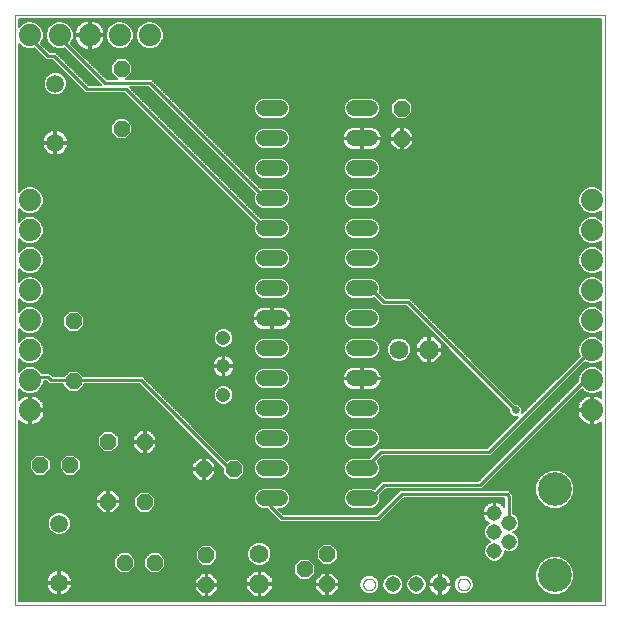
<source format=gbl>
G75*
%MOIN*%
%OFA0B0*%
%FSLAX25Y25*%
%IPPOS*%
%LPD*%
%AMOC8*
5,1,8,0,0,1.08239X$1,22.5*
%
%ADD10C,0.00000*%
%ADD11OC8,0.05200*%
%ADD12C,0.05150*%
%ADD13C,0.11220*%
%ADD14C,0.07400*%
%ADD15OC8,0.06200*%
%ADD16C,0.06200*%
%ADD17C,0.04756*%
%ADD18C,0.05200*%
%ADD19C,0.05937*%
%ADD20C,0.01000*%
%ADD21C,0.02578*%
%ADD22C,0.00600*%
D10*
X0005060Y0017235D02*
X0005060Y0214086D01*
X0201910Y0214086D01*
X0201910Y0017235D01*
X0005060Y0017235D01*
X0121241Y0024172D02*
X0121243Y0024260D01*
X0121249Y0024348D01*
X0121259Y0024436D01*
X0121273Y0024524D01*
X0121290Y0024610D01*
X0121312Y0024696D01*
X0121337Y0024780D01*
X0121367Y0024864D01*
X0121399Y0024946D01*
X0121436Y0025026D01*
X0121476Y0025105D01*
X0121520Y0025182D01*
X0121567Y0025257D01*
X0121617Y0025329D01*
X0121671Y0025400D01*
X0121727Y0025467D01*
X0121787Y0025533D01*
X0121849Y0025595D01*
X0121915Y0025655D01*
X0121982Y0025711D01*
X0122053Y0025765D01*
X0122125Y0025815D01*
X0122200Y0025862D01*
X0122277Y0025906D01*
X0122356Y0025946D01*
X0122436Y0025983D01*
X0122518Y0026015D01*
X0122602Y0026045D01*
X0122686Y0026070D01*
X0122772Y0026092D01*
X0122858Y0026109D01*
X0122946Y0026123D01*
X0123034Y0026133D01*
X0123122Y0026139D01*
X0123210Y0026141D01*
X0123298Y0026139D01*
X0123386Y0026133D01*
X0123474Y0026123D01*
X0123562Y0026109D01*
X0123648Y0026092D01*
X0123734Y0026070D01*
X0123818Y0026045D01*
X0123902Y0026015D01*
X0123984Y0025983D01*
X0124064Y0025946D01*
X0124143Y0025906D01*
X0124220Y0025862D01*
X0124295Y0025815D01*
X0124367Y0025765D01*
X0124438Y0025711D01*
X0124505Y0025655D01*
X0124571Y0025595D01*
X0124633Y0025533D01*
X0124693Y0025467D01*
X0124749Y0025400D01*
X0124803Y0025329D01*
X0124853Y0025257D01*
X0124900Y0025182D01*
X0124944Y0025105D01*
X0124984Y0025026D01*
X0125021Y0024946D01*
X0125053Y0024864D01*
X0125083Y0024780D01*
X0125108Y0024696D01*
X0125130Y0024610D01*
X0125147Y0024524D01*
X0125161Y0024436D01*
X0125171Y0024348D01*
X0125177Y0024260D01*
X0125179Y0024172D01*
X0125177Y0024084D01*
X0125171Y0023996D01*
X0125161Y0023908D01*
X0125147Y0023820D01*
X0125130Y0023734D01*
X0125108Y0023648D01*
X0125083Y0023564D01*
X0125053Y0023480D01*
X0125021Y0023398D01*
X0124984Y0023318D01*
X0124944Y0023239D01*
X0124900Y0023162D01*
X0124853Y0023087D01*
X0124803Y0023015D01*
X0124749Y0022944D01*
X0124693Y0022877D01*
X0124633Y0022811D01*
X0124571Y0022749D01*
X0124505Y0022689D01*
X0124438Y0022633D01*
X0124367Y0022579D01*
X0124295Y0022529D01*
X0124220Y0022482D01*
X0124143Y0022438D01*
X0124064Y0022398D01*
X0123984Y0022361D01*
X0123902Y0022329D01*
X0123818Y0022299D01*
X0123734Y0022274D01*
X0123648Y0022252D01*
X0123562Y0022235D01*
X0123474Y0022221D01*
X0123386Y0022211D01*
X0123298Y0022205D01*
X0123210Y0022203D01*
X0123122Y0022205D01*
X0123034Y0022211D01*
X0122946Y0022221D01*
X0122858Y0022235D01*
X0122772Y0022252D01*
X0122686Y0022274D01*
X0122602Y0022299D01*
X0122518Y0022329D01*
X0122436Y0022361D01*
X0122356Y0022398D01*
X0122277Y0022438D01*
X0122200Y0022482D01*
X0122125Y0022529D01*
X0122053Y0022579D01*
X0121982Y0022633D01*
X0121915Y0022689D01*
X0121849Y0022749D01*
X0121787Y0022811D01*
X0121727Y0022877D01*
X0121671Y0022944D01*
X0121617Y0023015D01*
X0121567Y0023087D01*
X0121520Y0023162D01*
X0121476Y0023239D01*
X0121436Y0023318D01*
X0121399Y0023398D01*
X0121367Y0023480D01*
X0121337Y0023564D01*
X0121312Y0023648D01*
X0121290Y0023734D01*
X0121273Y0023820D01*
X0121259Y0023908D01*
X0121249Y0023996D01*
X0121243Y0024084D01*
X0121241Y0024172D01*
X0152737Y0024172D02*
X0152739Y0024260D01*
X0152745Y0024348D01*
X0152755Y0024436D01*
X0152769Y0024524D01*
X0152786Y0024610D01*
X0152808Y0024696D01*
X0152833Y0024780D01*
X0152863Y0024864D01*
X0152895Y0024946D01*
X0152932Y0025026D01*
X0152972Y0025105D01*
X0153016Y0025182D01*
X0153063Y0025257D01*
X0153113Y0025329D01*
X0153167Y0025400D01*
X0153223Y0025467D01*
X0153283Y0025533D01*
X0153345Y0025595D01*
X0153411Y0025655D01*
X0153478Y0025711D01*
X0153549Y0025765D01*
X0153621Y0025815D01*
X0153696Y0025862D01*
X0153773Y0025906D01*
X0153852Y0025946D01*
X0153932Y0025983D01*
X0154014Y0026015D01*
X0154098Y0026045D01*
X0154182Y0026070D01*
X0154268Y0026092D01*
X0154354Y0026109D01*
X0154442Y0026123D01*
X0154530Y0026133D01*
X0154618Y0026139D01*
X0154706Y0026141D01*
X0154794Y0026139D01*
X0154882Y0026133D01*
X0154970Y0026123D01*
X0155058Y0026109D01*
X0155144Y0026092D01*
X0155230Y0026070D01*
X0155314Y0026045D01*
X0155398Y0026015D01*
X0155480Y0025983D01*
X0155560Y0025946D01*
X0155639Y0025906D01*
X0155716Y0025862D01*
X0155791Y0025815D01*
X0155863Y0025765D01*
X0155934Y0025711D01*
X0156001Y0025655D01*
X0156067Y0025595D01*
X0156129Y0025533D01*
X0156189Y0025467D01*
X0156245Y0025400D01*
X0156299Y0025329D01*
X0156349Y0025257D01*
X0156396Y0025182D01*
X0156440Y0025105D01*
X0156480Y0025026D01*
X0156517Y0024946D01*
X0156549Y0024864D01*
X0156579Y0024780D01*
X0156604Y0024696D01*
X0156626Y0024610D01*
X0156643Y0024524D01*
X0156657Y0024436D01*
X0156667Y0024348D01*
X0156673Y0024260D01*
X0156675Y0024172D01*
X0156673Y0024084D01*
X0156667Y0023996D01*
X0156657Y0023908D01*
X0156643Y0023820D01*
X0156626Y0023734D01*
X0156604Y0023648D01*
X0156579Y0023564D01*
X0156549Y0023480D01*
X0156517Y0023398D01*
X0156480Y0023318D01*
X0156440Y0023239D01*
X0156396Y0023162D01*
X0156349Y0023087D01*
X0156299Y0023015D01*
X0156245Y0022944D01*
X0156189Y0022877D01*
X0156129Y0022811D01*
X0156067Y0022749D01*
X0156001Y0022689D01*
X0155934Y0022633D01*
X0155863Y0022579D01*
X0155791Y0022529D01*
X0155716Y0022482D01*
X0155639Y0022438D01*
X0155560Y0022398D01*
X0155480Y0022361D01*
X0155398Y0022329D01*
X0155314Y0022299D01*
X0155230Y0022274D01*
X0155144Y0022252D01*
X0155058Y0022235D01*
X0154970Y0022221D01*
X0154882Y0022211D01*
X0154794Y0022205D01*
X0154706Y0022203D01*
X0154618Y0022205D01*
X0154530Y0022211D01*
X0154442Y0022221D01*
X0154354Y0022235D01*
X0154268Y0022252D01*
X0154182Y0022274D01*
X0154098Y0022299D01*
X0154014Y0022329D01*
X0153932Y0022361D01*
X0153852Y0022398D01*
X0153773Y0022438D01*
X0153696Y0022482D01*
X0153621Y0022529D01*
X0153549Y0022579D01*
X0153478Y0022633D01*
X0153411Y0022689D01*
X0153345Y0022749D01*
X0153283Y0022811D01*
X0153223Y0022877D01*
X0153167Y0022944D01*
X0153113Y0023015D01*
X0153063Y0023087D01*
X0153016Y0023162D01*
X0152972Y0023239D01*
X0152932Y0023318D01*
X0152895Y0023398D01*
X0152863Y0023480D01*
X0152833Y0023564D01*
X0152808Y0023648D01*
X0152786Y0023734D01*
X0152769Y0023820D01*
X0152755Y0023908D01*
X0152745Y0023996D01*
X0152739Y0024084D01*
X0152737Y0024172D01*
D11*
X0109166Y0024156D03*
X0101666Y0029156D03*
X0109166Y0034156D03*
X0078060Y0062538D03*
X0068060Y0062538D03*
X0048391Y0071629D03*
X0036186Y0071794D03*
X0023485Y0063928D03*
X0013485Y0063928D03*
X0036186Y0051794D03*
X0048391Y0051629D03*
X0051741Y0031349D03*
X0041741Y0031349D03*
X0068962Y0033936D03*
X0068962Y0023936D03*
X0024666Y0091841D03*
X0024666Y0111841D03*
X0040729Y0176015D03*
X0040729Y0196015D03*
X0134060Y0182735D03*
X0134060Y0172735D03*
D12*
X0164969Y0047841D03*
X0169694Y0044692D03*
X0164969Y0041542D03*
X0169694Y0038393D03*
X0164969Y0035243D03*
X0146832Y0024172D03*
X0138958Y0024172D03*
X0131084Y0024172D03*
D13*
X0185048Y0027172D03*
X0185048Y0055912D03*
D14*
X0197560Y0082235D03*
X0197560Y0092235D03*
X0197560Y0102235D03*
X0197560Y0112235D03*
X0197560Y0122235D03*
X0197560Y0132235D03*
X0197560Y0142235D03*
X0197560Y0152235D03*
X0050060Y0207235D03*
X0040060Y0207235D03*
X0030060Y0207235D03*
X0020060Y0207235D03*
X0010060Y0207235D03*
X0010060Y0152235D03*
X0010060Y0142235D03*
X0010060Y0132235D03*
X0010060Y0122235D03*
X0010060Y0112235D03*
X0010060Y0102235D03*
X0010060Y0092235D03*
X0010060Y0082235D03*
D15*
X0086619Y0024377D03*
X0143091Y0102432D03*
D16*
X0133091Y0102432D03*
X0086619Y0034377D03*
D17*
X0074627Y0087302D03*
X0074627Y0096908D03*
X0074627Y0106302D03*
D18*
X0088208Y0102826D02*
X0093408Y0102826D01*
X0093408Y0092826D02*
X0088208Y0092826D01*
X0088208Y0082826D02*
X0093408Y0082826D01*
X0093408Y0072826D02*
X0088208Y0072826D01*
X0088208Y0062826D02*
X0093408Y0062826D01*
X0093408Y0052826D02*
X0088208Y0052826D01*
X0118208Y0052826D02*
X0123408Y0052826D01*
X0123408Y0062826D02*
X0118208Y0062826D01*
X0118208Y0072826D02*
X0123408Y0072826D01*
X0123408Y0082826D02*
X0118208Y0082826D01*
X0118208Y0092826D02*
X0123408Y0092826D01*
X0123408Y0102826D02*
X0118208Y0102826D01*
X0118208Y0112826D02*
X0123408Y0112826D01*
X0123408Y0122826D02*
X0118208Y0122826D01*
X0118208Y0132826D02*
X0123408Y0132826D01*
X0123408Y0142826D02*
X0118208Y0142826D01*
X0118208Y0152826D02*
X0123408Y0152826D01*
X0123408Y0162826D02*
X0118208Y0162826D01*
X0118208Y0172826D02*
X0123408Y0172826D01*
X0123408Y0182826D02*
X0118208Y0182826D01*
X0093408Y0182826D02*
X0088208Y0182826D01*
X0088208Y0172826D02*
X0093408Y0172826D01*
X0093408Y0162826D02*
X0088208Y0162826D01*
X0088208Y0152826D02*
X0093408Y0152826D01*
X0093408Y0142826D02*
X0088208Y0142826D01*
X0088208Y0132826D02*
X0093408Y0132826D01*
X0093408Y0122826D02*
X0088208Y0122826D01*
X0088208Y0112826D02*
X0093408Y0112826D01*
D19*
X0018560Y0171393D03*
X0018560Y0191078D03*
X0019847Y0044444D03*
X0019847Y0024759D03*
D20*
X0076060Y0063235D02*
X0078060Y0063235D01*
X0078060Y0062538D01*
X0076060Y0063235D02*
X0047060Y0092235D01*
X0025060Y0092235D01*
X0024666Y0091841D01*
X0024060Y0092235D01*
X0017060Y0092235D01*
X0016060Y0093235D01*
X0011060Y0093235D01*
X0010060Y0092235D01*
X0088060Y0143235D02*
X0042060Y0189235D01*
X0029060Y0189235D01*
X0018060Y0200235D01*
X0016060Y0200235D01*
X0010060Y0206235D01*
X0010060Y0207235D01*
X0020060Y0207235D02*
X0020060Y0206235D01*
X0035060Y0191235D01*
X0050060Y0191235D01*
X0088060Y0153235D01*
X0090060Y0153235D01*
X0090808Y0152826D01*
X0090060Y0143235D02*
X0088060Y0143235D01*
X0090060Y0143235D02*
X0090808Y0142826D01*
X0120808Y0122826D02*
X0121060Y0122235D01*
X0124060Y0122235D01*
X0128060Y0118235D01*
X0136060Y0118235D01*
X0172060Y0082235D01*
X0163060Y0068235D02*
X0197060Y0102235D01*
X0197560Y0102235D01*
X0197560Y0092235D02*
X0195060Y0092235D01*
X0160060Y0057235D01*
X0128060Y0057235D01*
X0124060Y0053235D01*
X0121060Y0053235D01*
X0120808Y0052826D01*
X0126060Y0046235D02*
X0094060Y0046235D01*
X0090060Y0050235D01*
X0090060Y0052235D01*
X0090808Y0052826D01*
X0120808Y0062826D02*
X0121060Y0063235D01*
X0122060Y0063235D01*
X0127060Y0068235D01*
X0163060Y0068235D01*
X0169060Y0054235D02*
X0169694Y0053601D01*
X0169694Y0044692D01*
X0170060Y0045235D01*
X0169060Y0054235D02*
X0134060Y0054235D01*
X0126060Y0046235D01*
D21*
X0172060Y0082235D03*
D22*
X0170522Y0080677D02*
X0126209Y0080677D01*
X0126375Y0080843D02*
X0126908Y0082130D01*
X0126908Y0083522D01*
X0126375Y0084808D01*
X0125391Y0085793D01*
X0124104Y0086326D01*
X0117512Y0086326D01*
X0116225Y0085793D01*
X0115241Y0084808D01*
X0114708Y0083522D01*
X0114708Y0082130D01*
X0115241Y0080843D01*
X0116225Y0079859D01*
X0117512Y0079326D01*
X0124104Y0079326D01*
X0125391Y0079859D01*
X0126375Y0080843D01*
X0126554Y0081276D02*
X0169924Y0081276D01*
X0169871Y0081328D02*
X0171153Y0080046D01*
X0172891Y0080046D01*
X0162480Y0069635D01*
X0126480Y0069635D01*
X0125660Y0068815D01*
X0123171Y0066326D01*
X0117512Y0066326D01*
X0116225Y0065793D01*
X0115241Y0064808D01*
X0114708Y0063522D01*
X0114708Y0062130D01*
X0115241Y0060843D01*
X0116225Y0059859D01*
X0117512Y0059326D01*
X0124104Y0059326D01*
X0125391Y0059859D01*
X0126375Y0060843D01*
X0126908Y0062130D01*
X0126908Y0063522D01*
X0126375Y0064808D01*
X0125994Y0065189D01*
X0127640Y0066835D01*
X0163640Y0066835D01*
X0195086Y0098281D01*
X0196645Y0097635D01*
X0198475Y0097635D01*
X0200166Y0098335D01*
X0200610Y0098780D01*
X0200610Y0095690D01*
X0200166Y0096135D01*
X0198475Y0096835D01*
X0196645Y0096835D01*
X0194954Y0096135D01*
X0193660Y0094841D01*
X0192960Y0093150D01*
X0192960Y0092115D01*
X0159480Y0058635D01*
X0127480Y0058635D01*
X0124858Y0056013D01*
X0124104Y0056326D01*
X0117512Y0056326D01*
X0116225Y0055793D01*
X0115241Y0054808D01*
X0114708Y0053522D01*
X0114708Y0052130D01*
X0115241Y0050843D01*
X0116225Y0049859D01*
X0117512Y0049326D01*
X0124104Y0049326D01*
X0125391Y0049859D01*
X0126375Y0050843D01*
X0126908Y0052130D01*
X0126908Y0053522D01*
X0126738Y0053933D01*
X0128640Y0055835D01*
X0160640Y0055835D01*
X0161460Y0056655D01*
X0194047Y0089243D01*
X0194954Y0088335D01*
X0196645Y0087635D01*
X0198475Y0087635D01*
X0200166Y0088335D01*
X0200610Y0088780D01*
X0200610Y0086199D01*
X0200181Y0086512D01*
X0199479Y0086869D01*
X0198731Y0087112D01*
X0197953Y0087235D01*
X0197860Y0087235D01*
X0197860Y0082535D01*
X0197260Y0082535D01*
X0197260Y0081935D01*
X0197860Y0081935D01*
X0197860Y0077235D01*
X0197953Y0077235D01*
X0198731Y0077358D01*
X0199479Y0077602D01*
X0200181Y0077959D01*
X0200610Y0078271D01*
X0200610Y0018535D01*
X0006360Y0018535D01*
X0006360Y0078864D01*
X0006803Y0078421D01*
X0007439Y0077959D01*
X0008141Y0077602D01*
X0008889Y0077358D01*
X0009666Y0077235D01*
X0009760Y0077235D01*
X0009760Y0081935D01*
X0010360Y0081935D01*
X0010360Y0077235D01*
X0010453Y0077235D01*
X0011231Y0077358D01*
X0011979Y0077602D01*
X0012681Y0077959D01*
X0013317Y0078421D01*
X0013874Y0078978D01*
X0014336Y0079615D01*
X0014694Y0080316D01*
X0014937Y0081064D01*
X0015060Y0081842D01*
X0015060Y0081935D01*
X0010360Y0081935D01*
X0010360Y0082535D01*
X0015060Y0082535D01*
X0015060Y0082629D01*
X0014937Y0083406D01*
X0014694Y0084155D01*
X0014336Y0084856D01*
X0013874Y0085492D01*
X0013317Y0086049D01*
X0012681Y0086512D01*
X0011979Y0086869D01*
X0011231Y0087112D01*
X0010453Y0087235D01*
X0010360Y0087235D01*
X0010360Y0082535D01*
X0009760Y0082535D01*
X0009760Y0087235D01*
X0009666Y0087235D01*
X0008889Y0087112D01*
X0008141Y0086869D01*
X0007439Y0086512D01*
X0006803Y0086049D01*
X0006360Y0085606D01*
X0006360Y0089430D01*
X0007454Y0088335D01*
X0009145Y0087635D01*
X0010975Y0087635D01*
X0012666Y0088335D01*
X0013960Y0089629D01*
X0014660Y0091320D01*
X0014660Y0091835D01*
X0015480Y0091835D01*
X0016480Y0090835D01*
X0021166Y0090835D01*
X0021166Y0090392D01*
X0023217Y0088341D01*
X0026116Y0088341D01*
X0028166Y0090392D01*
X0028166Y0090835D01*
X0046480Y0090835D01*
X0074560Y0062755D01*
X0074560Y0061089D01*
X0076610Y0059038D01*
X0079510Y0059038D01*
X0081560Y0061089D01*
X0081560Y0063988D01*
X0079510Y0066038D01*
X0076610Y0066038D01*
X0075923Y0065352D01*
X0047640Y0093635D01*
X0027822Y0093635D01*
X0026116Y0095341D01*
X0023217Y0095341D01*
X0021510Y0093635D01*
X0017640Y0093635D01*
X0017460Y0093815D01*
X0016640Y0094635D01*
X0014045Y0094635D01*
X0013960Y0094841D01*
X0012666Y0096135D01*
X0010975Y0096835D01*
X0009145Y0096835D01*
X0007454Y0096135D01*
X0006360Y0095041D01*
X0006360Y0099430D01*
X0007454Y0098335D01*
X0009145Y0097635D01*
X0010975Y0097635D01*
X0012666Y0098335D01*
X0013960Y0099629D01*
X0014660Y0101320D01*
X0014660Y0103150D01*
X0013960Y0104841D01*
X0012666Y0106135D01*
X0010975Y0106835D01*
X0009145Y0106835D01*
X0007454Y0106135D01*
X0006360Y0105041D01*
X0006360Y0109430D01*
X0007454Y0108335D01*
X0009145Y0107635D01*
X0010975Y0107635D01*
X0012666Y0108335D01*
X0013960Y0109629D01*
X0014660Y0111320D01*
X0014660Y0113150D01*
X0013960Y0114841D01*
X0012666Y0116135D01*
X0010975Y0116835D01*
X0009145Y0116835D01*
X0007454Y0116135D01*
X0006360Y0115041D01*
X0006360Y0119430D01*
X0007454Y0118335D01*
X0009145Y0117635D01*
X0010975Y0117635D01*
X0012666Y0118335D01*
X0013960Y0119629D01*
X0014660Y0121320D01*
X0014660Y0123150D01*
X0013960Y0124841D01*
X0012666Y0126135D01*
X0010975Y0126835D01*
X0009145Y0126835D01*
X0007454Y0126135D01*
X0006360Y0125041D01*
X0006360Y0129430D01*
X0007454Y0128335D01*
X0009145Y0127635D01*
X0010975Y0127635D01*
X0012666Y0128335D01*
X0013960Y0129629D01*
X0014660Y0131320D01*
X0014660Y0133150D01*
X0013960Y0134841D01*
X0012666Y0136135D01*
X0010975Y0136835D01*
X0009145Y0136835D01*
X0007454Y0136135D01*
X0006360Y0135041D01*
X0006360Y0139430D01*
X0007454Y0138335D01*
X0009145Y0137635D01*
X0010975Y0137635D01*
X0012666Y0138335D01*
X0013960Y0139629D01*
X0014660Y0141320D01*
X0014660Y0143150D01*
X0013960Y0144841D01*
X0012666Y0146135D01*
X0010975Y0146835D01*
X0009145Y0146835D01*
X0007454Y0146135D01*
X0006360Y0145041D01*
X0006360Y0149430D01*
X0007454Y0148335D01*
X0009145Y0147635D01*
X0010975Y0147635D01*
X0012666Y0148335D01*
X0013960Y0149629D01*
X0014660Y0151320D01*
X0014660Y0153150D01*
X0013960Y0154841D01*
X0012666Y0156135D01*
X0010975Y0156835D01*
X0009145Y0156835D01*
X0007454Y0156135D01*
X0006360Y0155041D01*
X0006360Y0204430D01*
X0007454Y0203335D01*
X0009145Y0202635D01*
X0010975Y0202635D01*
X0011474Y0202842D01*
X0015480Y0198835D01*
X0017480Y0198835D01*
X0028480Y0187835D01*
X0041480Y0187835D01*
X0085026Y0144289D01*
X0084708Y0143522D01*
X0084708Y0142130D01*
X0085241Y0140843D01*
X0086225Y0139859D01*
X0087512Y0139326D01*
X0094104Y0139326D01*
X0095391Y0139859D01*
X0096375Y0140843D01*
X0096908Y0142130D01*
X0096908Y0143522D01*
X0096375Y0144808D01*
X0095391Y0145793D01*
X0094104Y0146326D01*
X0087512Y0146326D01*
X0087114Y0146161D01*
X0043460Y0189815D01*
X0043440Y0189835D01*
X0049480Y0189835D01*
X0085026Y0154289D01*
X0084708Y0153522D01*
X0084708Y0152130D01*
X0085241Y0150843D01*
X0086225Y0149859D01*
X0087512Y0149326D01*
X0094104Y0149326D01*
X0095391Y0149859D01*
X0096375Y0150843D01*
X0096908Y0152130D01*
X0096908Y0153522D01*
X0096375Y0154808D01*
X0095391Y0155793D01*
X0094104Y0156326D01*
X0087512Y0156326D01*
X0087114Y0156161D01*
X0051460Y0191815D01*
X0050640Y0192635D01*
X0042299Y0192635D01*
X0044229Y0194565D01*
X0044229Y0197464D01*
X0042179Y0199515D01*
X0039280Y0199515D01*
X0037229Y0197464D01*
X0037229Y0194565D01*
X0039159Y0192635D01*
X0035640Y0192635D01*
X0023803Y0204472D01*
X0023960Y0204629D01*
X0024660Y0206320D01*
X0024660Y0208150D01*
X0023960Y0209841D01*
X0022666Y0211135D01*
X0020975Y0211835D01*
X0019145Y0211835D01*
X0017454Y0211135D01*
X0016160Y0209841D01*
X0015460Y0208150D01*
X0015460Y0206320D01*
X0016160Y0204629D01*
X0017454Y0203335D01*
X0019145Y0202635D01*
X0020975Y0202635D01*
X0021474Y0202842D01*
X0033680Y0190635D01*
X0029640Y0190635D01*
X0019460Y0200815D01*
X0018640Y0201635D01*
X0016640Y0201635D01*
X0013803Y0204472D01*
X0013960Y0204629D01*
X0014660Y0206320D01*
X0014660Y0208150D01*
X0013960Y0209841D01*
X0012666Y0211135D01*
X0010975Y0211835D01*
X0009145Y0211835D01*
X0007454Y0211135D01*
X0006360Y0210041D01*
X0006360Y0212786D01*
X0200610Y0212786D01*
X0200610Y0155690D01*
X0200166Y0156135D01*
X0198475Y0156835D01*
X0196645Y0156835D01*
X0194954Y0156135D01*
X0193660Y0154841D01*
X0192960Y0153150D01*
X0192960Y0151320D01*
X0193660Y0149629D01*
X0194954Y0148335D01*
X0196645Y0147635D01*
X0198475Y0147635D01*
X0200166Y0148335D01*
X0200610Y0148780D01*
X0200610Y0145690D01*
X0200166Y0146135D01*
X0198475Y0146835D01*
X0196645Y0146835D01*
X0194954Y0146135D01*
X0193660Y0144841D01*
X0192960Y0143150D01*
X0192960Y0141320D01*
X0193660Y0139629D01*
X0194954Y0138335D01*
X0196645Y0137635D01*
X0198475Y0137635D01*
X0200166Y0138335D01*
X0200610Y0138780D01*
X0200610Y0135690D01*
X0200166Y0136135D01*
X0198475Y0136835D01*
X0196645Y0136835D01*
X0194954Y0136135D01*
X0193660Y0134841D01*
X0192960Y0133150D01*
X0192960Y0131320D01*
X0193660Y0129629D01*
X0194954Y0128335D01*
X0196645Y0127635D01*
X0198475Y0127635D01*
X0200166Y0128335D01*
X0200610Y0128780D01*
X0200610Y0125690D01*
X0200166Y0126135D01*
X0198475Y0126835D01*
X0196645Y0126835D01*
X0194954Y0126135D01*
X0193660Y0124841D01*
X0192960Y0123150D01*
X0192960Y0121320D01*
X0193660Y0119629D01*
X0194954Y0118335D01*
X0196645Y0117635D01*
X0198475Y0117635D01*
X0200166Y0118335D01*
X0200610Y0118780D01*
X0200610Y0115690D01*
X0200166Y0116135D01*
X0198475Y0116835D01*
X0196645Y0116835D01*
X0194954Y0116135D01*
X0193660Y0114841D01*
X0192960Y0113150D01*
X0192960Y0111320D01*
X0193660Y0109629D01*
X0194954Y0108335D01*
X0196645Y0107635D01*
X0198475Y0107635D01*
X0200166Y0108335D01*
X0200610Y0108780D01*
X0200610Y0105690D01*
X0200166Y0106135D01*
X0198475Y0106835D01*
X0196645Y0106835D01*
X0194954Y0106135D01*
X0193660Y0104841D01*
X0192960Y0103150D01*
X0192960Y0101320D01*
X0193313Y0100468D01*
X0174249Y0081404D01*
X0174249Y0083142D01*
X0172967Y0084424D01*
X0171851Y0084424D01*
X0137460Y0118815D01*
X0137460Y0118815D01*
X0136640Y0119635D01*
X0128640Y0119635D01*
X0126685Y0121590D01*
X0126908Y0122130D01*
X0126908Y0123522D01*
X0126375Y0124808D01*
X0125391Y0125793D01*
X0124104Y0126326D01*
X0117512Y0126326D01*
X0116225Y0125793D01*
X0115241Y0124808D01*
X0114708Y0123522D01*
X0114708Y0122130D01*
X0115241Y0120843D01*
X0116225Y0119859D01*
X0117512Y0119326D01*
X0124104Y0119326D01*
X0124730Y0119585D01*
X0127480Y0116835D01*
X0135480Y0116835D01*
X0169871Y0082444D01*
X0169871Y0081328D01*
X0169871Y0081874D02*
X0126802Y0081874D01*
X0126908Y0082473D02*
X0169842Y0082473D01*
X0169244Y0083071D02*
X0126908Y0083071D01*
X0126847Y0083670D02*
X0168645Y0083670D01*
X0168047Y0084268D02*
X0126599Y0084268D01*
X0126317Y0084867D02*
X0167448Y0084867D01*
X0166850Y0085465D02*
X0125718Y0085465D01*
X0124736Y0086064D02*
X0166251Y0086064D01*
X0165653Y0086662D02*
X0077905Y0086662D01*
X0077905Y0086650D02*
X0077406Y0085445D01*
X0076484Y0084523D01*
X0075279Y0084024D01*
X0073975Y0084024D01*
X0072770Y0084523D01*
X0071848Y0085445D01*
X0071349Y0086650D01*
X0071349Y0087954D01*
X0071848Y0089159D01*
X0072770Y0090081D01*
X0073975Y0090580D01*
X0075279Y0090580D01*
X0076484Y0090081D01*
X0077406Y0089159D01*
X0077905Y0087954D01*
X0077905Y0086650D01*
X0077905Y0087261D02*
X0165054Y0087261D01*
X0164456Y0087860D02*
X0077905Y0087860D01*
X0077696Y0088458D02*
X0163857Y0088458D01*
X0163259Y0089057D02*
X0124450Y0089057D01*
X0124546Y0089076D02*
X0125255Y0089370D01*
X0125894Y0089796D01*
X0126437Y0090340D01*
X0126864Y0090978D01*
X0127158Y0091688D01*
X0127308Y0092442D01*
X0127308Y0092526D01*
X0121108Y0092526D01*
X0121108Y0093126D01*
X0120508Y0093126D01*
X0120508Y0096726D01*
X0117824Y0096726D01*
X0117070Y0096576D01*
X0116361Y0096282D01*
X0115722Y0095855D01*
X0115179Y0095312D01*
X0114752Y0094673D01*
X0114458Y0093963D01*
X0114308Y0093210D01*
X0114308Y0093126D01*
X0120508Y0093126D01*
X0120508Y0092526D01*
X0114308Y0092526D01*
X0114308Y0092442D01*
X0114458Y0091688D01*
X0114752Y0090978D01*
X0115179Y0090340D01*
X0115722Y0089796D01*
X0116361Y0089370D01*
X0117070Y0089076D01*
X0117824Y0088926D01*
X0120508Y0088926D01*
X0120508Y0092526D01*
X0121108Y0092526D01*
X0121108Y0088926D01*
X0123792Y0088926D01*
X0124546Y0089076D01*
X0125683Y0089655D02*
X0162660Y0089655D01*
X0162062Y0090254D02*
X0126351Y0090254D01*
X0126780Y0090852D02*
X0161463Y0090852D01*
X0160865Y0091451D02*
X0127060Y0091451D01*
X0127230Y0092049D02*
X0160266Y0092049D01*
X0159668Y0092648D02*
X0121108Y0092648D01*
X0121108Y0093126D02*
X0127308Y0093126D01*
X0127308Y0093210D01*
X0127158Y0093963D01*
X0126864Y0094673D01*
X0126437Y0095312D01*
X0125894Y0095855D01*
X0125255Y0096282D01*
X0124546Y0096576D01*
X0123792Y0096726D01*
X0121108Y0096726D01*
X0121108Y0093126D01*
X0121108Y0093246D02*
X0120508Y0093246D01*
X0120508Y0092648D02*
X0096908Y0092648D01*
X0096908Y0092130D02*
X0096908Y0093522D01*
X0096375Y0094808D01*
X0095391Y0095793D01*
X0094104Y0096326D01*
X0087512Y0096326D01*
X0086225Y0095793D01*
X0085241Y0094808D01*
X0084708Y0093522D01*
X0084708Y0092130D01*
X0085241Y0090843D01*
X0086225Y0089859D01*
X0087512Y0089326D01*
X0094104Y0089326D01*
X0095391Y0089859D01*
X0096375Y0090843D01*
X0096908Y0092130D01*
X0096875Y0092049D02*
X0114386Y0092049D01*
X0114556Y0091451D02*
X0096627Y0091451D01*
X0096379Y0090852D02*
X0114836Y0090852D01*
X0115265Y0090254D02*
X0095786Y0090254D01*
X0094899Y0089655D02*
X0115933Y0089655D01*
X0117166Y0089057D02*
X0077448Y0089057D01*
X0076910Y0089655D02*
X0086717Y0089655D01*
X0085830Y0090254D02*
X0076067Y0090254D01*
X0073187Y0090254D02*
X0051021Y0090254D01*
X0050423Y0090852D02*
X0085237Y0090852D01*
X0084989Y0091451D02*
X0049824Y0091451D01*
X0049226Y0092049D02*
X0084741Y0092049D01*
X0084708Y0092648D02*
X0048627Y0092648D01*
X0048029Y0093246D02*
X0074186Y0093246D01*
X0074265Y0093230D02*
X0073554Y0093372D01*
X0072885Y0093649D01*
X0072282Y0094052D01*
X0071770Y0094564D01*
X0071368Y0095166D01*
X0071090Y0095836D01*
X0070949Y0096546D01*
X0070949Y0096608D01*
X0074327Y0096608D01*
X0074927Y0096608D01*
X0074927Y0093230D01*
X0074989Y0093230D01*
X0075700Y0093372D01*
X0076369Y0093649D01*
X0076971Y0094052D01*
X0077484Y0094564D01*
X0077886Y0095166D01*
X0078164Y0095836D01*
X0078305Y0096546D01*
X0078305Y0096608D01*
X0074927Y0096608D01*
X0074927Y0097208D01*
X0078305Y0097208D01*
X0078305Y0097271D01*
X0078164Y0097981D01*
X0077886Y0098651D01*
X0077484Y0099253D01*
X0076971Y0099765D01*
X0076369Y0100168D01*
X0075700Y0100445D01*
X0074989Y0100586D01*
X0074927Y0100586D01*
X0074927Y0097208D01*
X0074327Y0097208D01*
X0074327Y0096608D01*
X0074327Y0093230D01*
X0074265Y0093230D01*
X0074327Y0093246D02*
X0074927Y0093246D01*
X0075068Y0093246D02*
X0084708Y0093246D01*
X0084842Y0093845D02*
X0076662Y0093845D01*
X0077363Y0094443D02*
X0085090Y0094443D01*
X0085474Y0095042D02*
X0077803Y0095042D01*
X0078083Y0095640D02*
X0086073Y0095640D01*
X0087302Y0096239D02*
X0078244Y0096239D01*
X0078272Y0097436D02*
X0154880Y0097436D01*
X0155478Y0096837D02*
X0074927Y0096837D01*
X0074927Y0096239D02*
X0074327Y0096239D01*
X0074327Y0096837D02*
X0006360Y0096837D01*
X0006360Y0096239D02*
X0007705Y0096239D01*
X0006960Y0095640D02*
X0006360Y0095640D01*
X0006360Y0095042D02*
X0006361Y0095042D01*
X0006360Y0097436D02*
X0070982Y0097436D01*
X0070949Y0097271D02*
X0070949Y0097208D01*
X0074327Y0097208D01*
X0074327Y0100586D01*
X0074265Y0100586D01*
X0073554Y0100445D01*
X0072885Y0100168D01*
X0072282Y0099765D01*
X0071770Y0099253D01*
X0071368Y0098651D01*
X0071090Y0097981D01*
X0070949Y0097271D01*
X0071112Y0098034D02*
X0011938Y0098034D01*
X0012963Y0098633D02*
X0071360Y0098633D01*
X0071756Y0099231D02*
X0013561Y0099231D01*
X0014043Y0099830D02*
X0072379Y0099830D01*
X0073514Y0100428D02*
X0014291Y0100428D01*
X0014538Y0101027D02*
X0085165Y0101027D01*
X0085241Y0100843D02*
X0086225Y0099859D01*
X0087512Y0099326D01*
X0094104Y0099326D01*
X0095391Y0099859D01*
X0096375Y0100843D01*
X0096908Y0102130D01*
X0096908Y0103522D01*
X0096375Y0104808D01*
X0095391Y0105793D01*
X0094104Y0106326D01*
X0087512Y0106326D01*
X0086225Y0105793D01*
X0085241Y0104808D01*
X0084708Y0103522D01*
X0084708Y0102130D01*
X0085241Y0100843D01*
X0085656Y0100428D02*
X0075740Y0100428D01*
X0074927Y0100428D02*
X0074327Y0100428D01*
X0074327Y0099830D02*
X0074927Y0099830D01*
X0074927Y0099231D02*
X0074327Y0099231D01*
X0074327Y0098633D02*
X0074927Y0098633D01*
X0074927Y0098034D02*
X0074327Y0098034D01*
X0074327Y0097436D02*
X0074927Y0097436D01*
X0074927Y0095640D02*
X0074327Y0095640D01*
X0074327Y0095042D02*
X0074927Y0095042D01*
X0074927Y0094443D02*
X0074327Y0094443D01*
X0074327Y0093845D02*
X0074927Y0093845D01*
X0072592Y0093845D02*
X0027613Y0093845D01*
X0027014Y0094443D02*
X0071891Y0094443D01*
X0071451Y0095042D02*
X0026416Y0095042D01*
X0022917Y0095042D02*
X0013759Y0095042D01*
X0013160Y0095640D02*
X0071171Y0095640D01*
X0071010Y0096239D02*
X0012415Y0096239D01*
X0008182Y0098034D02*
X0006360Y0098034D01*
X0006360Y0098633D02*
X0007157Y0098633D01*
X0006559Y0099231D02*
X0006360Y0099231D01*
X0006360Y0105216D02*
X0006536Y0105216D01*
X0006360Y0105815D02*
X0007134Y0105815D01*
X0006360Y0106413D02*
X0008127Y0106413D01*
X0007760Y0108209D02*
X0006360Y0108209D01*
X0006360Y0108807D02*
X0006982Y0108807D01*
X0006384Y0109406D02*
X0006360Y0109406D01*
X0006360Y0107610D02*
X0071621Y0107610D01*
X0071848Y0108159D02*
X0071349Y0106954D01*
X0071349Y0105650D01*
X0071848Y0104445D01*
X0072770Y0103523D01*
X0073975Y0103024D01*
X0075279Y0103024D01*
X0076484Y0103523D01*
X0077406Y0104445D01*
X0077905Y0105650D01*
X0077905Y0106954D01*
X0077406Y0108159D01*
X0076484Y0109081D01*
X0075279Y0109580D01*
X0073975Y0109580D01*
X0072770Y0109081D01*
X0071848Y0108159D01*
X0071898Y0108209D02*
X0012360Y0108209D01*
X0013138Y0108807D02*
X0022751Y0108807D01*
X0023217Y0108341D02*
X0026116Y0108341D01*
X0028166Y0110392D01*
X0028166Y0113291D01*
X0026116Y0115341D01*
X0023217Y0115341D01*
X0021166Y0113291D01*
X0021166Y0110392D01*
X0023217Y0108341D01*
X0022152Y0109406D02*
X0013736Y0109406D01*
X0014115Y0110004D02*
X0021554Y0110004D01*
X0021166Y0110603D02*
X0014363Y0110603D01*
X0014611Y0111201D02*
X0021166Y0111201D01*
X0021166Y0111800D02*
X0014660Y0111800D01*
X0014660Y0112398D02*
X0021166Y0112398D01*
X0021166Y0112997D02*
X0014660Y0112997D01*
X0014476Y0113596D02*
X0021471Y0113596D01*
X0022069Y0114194D02*
X0014228Y0114194D01*
X0013980Y0114793D02*
X0022668Y0114793D01*
X0026665Y0114793D02*
X0084832Y0114793D01*
X0084752Y0114673D02*
X0084458Y0113963D01*
X0084308Y0113210D01*
X0084308Y0113126D01*
X0090508Y0113126D01*
X0090508Y0116726D01*
X0087824Y0116726D01*
X0087070Y0116576D01*
X0086361Y0116282D01*
X0085722Y0115855D01*
X0085179Y0115312D01*
X0084752Y0114673D01*
X0084553Y0114194D02*
X0027263Y0114194D01*
X0027862Y0113596D02*
X0084385Y0113596D01*
X0084308Y0112526D02*
X0084308Y0112442D01*
X0084458Y0111688D01*
X0084752Y0110978D01*
X0085179Y0110340D01*
X0085722Y0109796D01*
X0086361Y0109370D01*
X0087070Y0109076D01*
X0087824Y0108926D01*
X0090508Y0108926D01*
X0090508Y0112526D01*
X0084308Y0112526D01*
X0084317Y0112398D02*
X0028166Y0112398D01*
X0028166Y0111800D02*
X0084436Y0111800D01*
X0084659Y0111201D02*
X0028166Y0111201D01*
X0028166Y0110603D02*
X0085003Y0110603D01*
X0085514Y0110004D02*
X0027779Y0110004D01*
X0027180Y0109406D02*
X0073555Y0109406D01*
X0072497Y0108807D02*
X0026582Y0108807D01*
X0028166Y0112997D02*
X0090508Y0112997D01*
X0090508Y0113126D02*
X0090508Y0112526D01*
X0091108Y0112526D01*
X0091108Y0113126D01*
X0090508Y0113126D01*
X0090508Y0113596D02*
X0091108Y0113596D01*
X0091108Y0113126D02*
X0091108Y0116726D01*
X0093792Y0116726D01*
X0094546Y0116576D01*
X0095255Y0116282D01*
X0095894Y0115855D01*
X0096437Y0115312D01*
X0096864Y0114673D01*
X0097158Y0113963D01*
X0097308Y0113210D01*
X0097308Y0113126D01*
X0091108Y0113126D01*
X0091108Y0112997D02*
X0114708Y0112997D01*
X0114708Y0113522D02*
X0114708Y0112130D01*
X0115241Y0110843D01*
X0116225Y0109859D01*
X0117512Y0109326D01*
X0124104Y0109326D01*
X0125391Y0109859D01*
X0126375Y0110843D01*
X0126908Y0112130D01*
X0126908Y0113522D01*
X0126375Y0114808D01*
X0125391Y0115793D01*
X0124104Y0116326D01*
X0117512Y0116326D01*
X0116225Y0115793D01*
X0115241Y0114808D01*
X0114708Y0113522D01*
X0114739Y0113596D02*
X0097231Y0113596D01*
X0097063Y0114194D02*
X0114986Y0114194D01*
X0115234Y0114793D02*
X0096784Y0114793D01*
X0096358Y0115391D02*
X0115824Y0115391D01*
X0116700Y0115990D02*
X0095693Y0115990D01*
X0094484Y0116588D02*
X0135727Y0116588D01*
X0136326Y0115990D02*
X0124916Y0115990D01*
X0125792Y0115391D02*
X0136924Y0115391D01*
X0137523Y0114793D02*
X0126382Y0114793D01*
X0126630Y0114194D02*
X0138121Y0114194D01*
X0138720Y0113596D02*
X0126878Y0113596D01*
X0126908Y0112997D02*
X0139318Y0112997D01*
X0139917Y0112398D02*
X0126908Y0112398D01*
X0126771Y0111800D02*
X0140515Y0111800D01*
X0141114Y0111201D02*
X0126524Y0111201D01*
X0126135Y0110603D02*
X0141712Y0110603D01*
X0142311Y0110004D02*
X0125536Y0110004D01*
X0124298Y0109406D02*
X0142909Y0109406D01*
X0143508Y0108807D02*
X0076757Y0108807D01*
X0077356Y0108209D02*
X0144106Y0108209D01*
X0144705Y0107610D02*
X0077633Y0107610D01*
X0077881Y0107012D02*
X0145303Y0107012D01*
X0144914Y0106832D02*
X0143391Y0106832D01*
X0143391Y0102732D01*
X0142791Y0102732D01*
X0142791Y0102132D01*
X0138691Y0102132D01*
X0138691Y0100609D01*
X0141269Y0098032D01*
X0142791Y0098032D01*
X0142791Y0102132D01*
X0143391Y0102132D01*
X0143391Y0098032D01*
X0144914Y0098032D01*
X0147491Y0100609D01*
X0147491Y0102132D01*
X0143392Y0102132D01*
X0143392Y0102732D01*
X0147491Y0102732D01*
X0147491Y0104255D01*
X0144914Y0106832D01*
X0145333Y0106413D02*
X0145902Y0106413D01*
X0145931Y0105815D02*
X0146500Y0105815D01*
X0146530Y0105216D02*
X0147099Y0105216D01*
X0147128Y0104618D02*
X0147697Y0104618D01*
X0147491Y0104019D02*
X0148296Y0104019D01*
X0148894Y0103421D02*
X0147491Y0103421D01*
X0147491Y0102822D02*
X0149493Y0102822D01*
X0150091Y0102224D02*
X0143392Y0102224D01*
X0143391Y0102822D02*
X0142791Y0102822D01*
X0142791Y0102732D02*
X0142791Y0106832D01*
X0141269Y0106832D01*
X0138691Y0104255D01*
X0138691Y0102732D01*
X0142791Y0102732D01*
X0142791Y0102224D02*
X0137091Y0102224D01*
X0137091Y0101636D02*
X0136483Y0100166D01*
X0135357Y0099041D01*
X0133887Y0098432D01*
X0132296Y0098432D01*
X0130826Y0099041D01*
X0129700Y0100166D01*
X0129091Y0101636D01*
X0129091Y0103228D01*
X0129700Y0104698D01*
X0130826Y0105823D01*
X0132296Y0106432D01*
X0133887Y0106432D01*
X0135357Y0105823D01*
X0136483Y0104698D01*
X0137091Y0103228D01*
X0137091Y0101636D01*
X0137087Y0101625D02*
X0138691Y0101625D01*
X0138691Y0101027D02*
X0136839Y0101027D01*
X0136591Y0100428D02*
X0138873Y0100428D01*
X0139471Y0099830D02*
X0136146Y0099830D01*
X0135548Y0099231D02*
X0140070Y0099231D01*
X0140668Y0098633D02*
X0134372Y0098633D01*
X0131811Y0098633D02*
X0077894Y0098633D01*
X0078142Y0098034D02*
X0141267Y0098034D01*
X0142791Y0098034D02*
X0143391Y0098034D01*
X0143391Y0098633D02*
X0142791Y0098633D01*
X0142791Y0099231D02*
X0143391Y0099231D01*
X0143391Y0099830D02*
X0142791Y0099830D01*
X0142791Y0100428D02*
X0143391Y0100428D01*
X0143391Y0101027D02*
X0142791Y0101027D01*
X0142791Y0101625D02*
X0143391Y0101625D01*
X0143391Y0103421D02*
X0142791Y0103421D01*
X0142791Y0104019D02*
X0143391Y0104019D01*
X0143391Y0104618D02*
X0142791Y0104618D01*
X0142791Y0105216D02*
X0143391Y0105216D01*
X0143391Y0105815D02*
X0142791Y0105815D01*
X0142791Y0106413D02*
X0143391Y0106413D01*
X0140850Y0106413D02*
X0133932Y0106413D01*
X0135366Y0105815D02*
X0140252Y0105815D01*
X0139653Y0105216D02*
X0135964Y0105216D01*
X0136516Y0104618D02*
X0139055Y0104618D01*
X0138691Y0104019D02*
X0136764Y0104019D01*
X0137011Y0103421D02*
X0138691Y0103421D01*
X0138691Y0102822D02*
X0137091Y0102822D01*
X0132251Y0106413D02*
X0077905Y0106413D01*
X0077905Y0105815D02*
X0086278Y0105815D01*
X0085649Y0105216D02*
X0077725Y0105216D01*
X0077477Y0104618D02*
X0085162Y0104618D01*
X0084914Y0104019D02*
X0076980Y0104019D01*
X0076237Y0103421D02*
X0084708Y0103421D01*
X0084708Y0102822D02*
X0014660Y0102822D01*
X0014660Y0102224D02*
X0084708Y0102224D01*
X0084917Y0101625D02*
X0014660Y0101625D01*
X0014548Y0103421D02*
X0073017Y0103421D01*
X0072274Y0104019D02*
X0014300Y0104019D01*
X0014052Y0104618D02*
X0071777Y0104618D01*
X0071529Y0105216D02*
X0013584Y0105216D01*
X0012986Y0105815D02*
X0071349Y0105815D01*
X0071349Y0106413D02*
X0011993Y0106413D01*
X0006360Y0107012D02*
X0071373Y0107012D01*
X0075699Y0109406D02*
X0086306Y0109406D01*
X0090508Y0109406D02*
X0091108Y0109406D01*
X0091108Y0108926D02*
X0093792Y0108926D01*
X0094546Y0109076D01*
X0095255Y0109370D01*
X0095894Y0109796D01*
X0096437Y0110340D01*
X0096864Y0110978D01*
X0097158Y0111688D01*
X0097308Y0112442D01*
X0097308Y0112526D01*
X0091108Y0112526D01*
X0091108Y0108926D01*
X0091108Y0110004D02*
X0090508Y0110004D01*
X0090508Y0110603D02*
X0091108Y0110603D01*
X0091108Y0111201D02*
X0090508Y0111201D01*
X0090508Y0111800D02*
X0091108Y0111800D01*
X0091108Y0112398D02*
X0090508Y0112398D01*
X0090508Y0114194D02*
X0091108Y0114194D01*
X0091108Y0114793D02*
X0090508Y0114793D01*
X0090508Y0115391D02*
X0091108Y0115391D01*
X0091108Y0115990D02*
X0090508Y0115990D01*
X0090508Y0116588D02*
X0091108Y0116588D01*
X0087132Y0116588D02*
X0011572Y0116588D01*
X0011337Y0117785D02*
X0126530Y0117785D01*
X0125932Y0118384D02*
X0012714Y0118384D01*
X0013312Y0118982D02*
X0125333Y0118982D01*
X0124735Y0119581D02*
X0124720Y0119581D01*
X0126899Y0121376D02*
X0192960Y0121376D01*
X0192960Y0121975D02*
X0126844Y0121975D01*
X0126908Y0122573D02*
X0192960Y0122573D01*
X0192969Y0123172D02*
X0126908Y0123172D01*
X0126805Y0123770D02*
X0193217Y0123770D01*
X0193465Y0124369D02*
X0126557Y0124369D01*
X0126216Y0124967D02*
X0193787Y0124967D01*
X0194385Y0125566D02*
X0125618Y0125566D01*
X0124494Y0126164D02*
X0195025Y0126164D01*
X0196470Y0126763D02*
X0011150Y0126763D01*
X0011759Y0127960D02*
X0195861Y0127960D01*
X0194731Y0128558D02*
X0012888Y0128558D01*
X0013487Y0129157D02*
X0194133Y0129157D01*
X0193608Y0129755D02*
X0125141Y0129755D01*
X0125391Y0129859D02*
X0126375Y0130843D01*
X0126908Y0132130D01*
X0126908Y0133522D01*
X0126375Y0134808D01*
X0125391Y0135793D01*
X0124104Y0136326D01*
X0117512Y0136326D01*
X0116225Y0135793D01*
X0115241Y0134808D01*
X0114708Y0133522D01*
X0114708Y0132130D01*
X0115241Y0130843D01*
X0116225Y0129859D01*
X0117512Y0129326D01*
X0124104Y0129326D01*
X0125391Y0129859D01*
X0125886Y0130354D02*
X0193360Y0130354D01*
X0193112Y0130952D02*
X0126420Y0130952D01*
X0126668Y0131551D02*
X0192960Y0131551D01*
X0192960Y0132149D02*
X0126908Y0132149D01*
X0126908Y0132748D02*
X0192960Y0132748D01*
X0193041Y0133346D02*
X0126908Y0133346D01*
X0126733Y0133945D02*
X0193289Y0133945D01*
X0193537Y0134543D02*
X0126485Y0134543D01*
X0126042Y0135142D02*
X0193961Y0135142D01*
X0194560Y0135740D02*
X0125443Y0135740D01*
X0124104Y0139326D02*
X0125391Y0139859D01*
X0126375Y0140843D01*
X0126908Y0142130D01*
X0126908Y0143522D01*
X0126375Y0144808D01*
X0125391Y0145793D01*
X0124104Y0146326D01*
X0117512Y0146326D01*
X0116225Y0145793D01*
X0115241Y0144808D01*
X0114708Y0143522D01*
X0114708Y0142130D01*
X0115241Y0140843D01*
X0116225Y0139859D01*
X0117512Y0139326D01*
X0124104Y0139326D01*
X0124118Y0139331D02*
X0193958Y0139331D01*
X0193536Y0139930D02*
X0125462Y0139930D01*
X0126061Y0140529D02*
X0193288Y0140529D01*
X0193040Y0141127D02*
X0126493Y0141127D01*
X0126741Y0141726D02*
X0192960Y0141726D01*
X0192960Y0142324D02*
X0126908Y0142324D01*
X0126908Y0142923D02*
X0192960Y0142923D01*
X0193114Y0143521D02*
X0126908Y0143521D01*
X0126660Y0144120D02*
X0193362Y0144120D01*
X0193609Y0144718D02*
X0126413Y0144718D01*
X0125867Y0145317D02*
X0194136Y0145317D01*
X0194735Y0145915D02*
X0125096Y0145915D01*
X0124104Y0149326D02*
X0125391Y0149859D01*
X0126375Y0150843D01*
X0126908Y0152130D01*
X0126908Y0153522D01*
X0126375Y0154808D01*
X0125391Y0155793D01*
X0124104Y0156326D01*
X0117512Y0156326D01*
X0116225Y0155793D01*
X0115241Y0154808D01*
X0114708Y0153522D01*
X0114708Y0152130D01*
X0115241Y0150843D01*
X0116225Y0149859D01*
X0117512Y0149326D01*
X0124104Y0149326D01*
X0124540Y0149506D02*
X0193784Y0149506D01*
X0193463Y0150105D02*
X0125637Y0150105D01*
X0126235Y0150703D02*
X0193216Y0150703D01*
X0192968Y0151302D02*
X0126565Y0151302D01*
X0126813Y0151900D02*
X0192960Y0151900D01*
X0192960Y0152499D02*
X0126908Y0152499D01*
X0126908Y0153097D02*
X0192960Y0153097D01*
X0193186Y0153696D02*
X0126836Y0153696D01*
X0126588Y0154294D02*
X0193434Y0154294D01*
X0193712Y0154893D02*
X0126291Y0154893D01*
X0125692Y0155491D02*
X0194311Y0155491D01*
X0194909Y0156090D02*
X0124674Y0156090D01*
X0124104Y0159326D02*
X0125391Y0159859D01*
X0126375Y0160843D01*
X0126908Y0162130D01*
X0126908Y0163522D01*
X0126375Y0164808D01*
X0125391Y0165793D01*
X0124104Y0166326D01*
X0117512Y0166326D01*
X0116225Y0165793D01*
X0115241Y0164808D01*
X0114708Y0163522D01*
X0114708Y0162130D01*
X0115241Y0160843D01*
X0116225Y0159859D01*
X0117512Y0159326D01*
X0124104Y0159326D01*
X0124962Y0159681D02*
X0200610Y0159681D01*
X0200610Y0160279D02*
X0125811Y0160279D01*
X0126390Y0160878D02*
X0200610Y0160878D01*
X0200610Y0161476D02*
X0126637Y0161476D01*
X0126885Y0162075D02*
X0200610Y0162075D01*
X0200610Y0162673D02*
X0126908Y0162673D01*
X0126908Y0163272D02*
X0200610Y0163272D01*
X0200610Y0163870D02*
X0126764Y0163870D01*
X0126516Y0164469D02*
X0200610Y0164469D01*
X0200610Y0165067D02*
X0126116Y0165067D01*
X0125517Y0165666D02*
X0200610Y0165666D01*
X0200610Y0166265D02*
X0124252Y0166265D01*
X0123792Y0168926D02*
X0121108Y0168926D01*
X0121108Y0172526D01*
X0121108Y0173126D01*
X0120508Y0173126D01*
X0120508Y0176726D01*
X0117824Y0176726D01*
X0117070Y0176576D01*
X0116361Y0176282D01*
X0115722Y0175855D01*
X0115179Y0175312D01*
X0114752Y0174673D01*
X0114458Y0173963D01*
X0114308Y0173210D01*
X0114308Y0173126D01*
X0120508Y0173126D01*
X0120508Y0172526D01*
X0114308Y0172526D01*
X0114308Y0172442D01*
X0114458Y0171688D01*
X0114752Y0170978D01*
X0115179Y0170340D01*
X0115722Y0169796D01*
X0116361Y0169370D01*
X0117070Y0169076D01*
X0117824Y0168926D01*
X0120508Y0168926D01*
X0120508Y0172526D01*
X0121108Y0172526D01*
X0127308Y0172526D01*
X0127308Y0172442D01*
X0127158Y0171688D01*
X0126864Y0170978D01*
X0126437Y0170340D01*
X0125894Y0169796D01*
X0125255Y0169370D01*
X0124546Y0169076D01*
X0123792Y0168926D01*
X0124984Y0169257D02*
X0132023Y0169257D01*
X0132445Y0168835D02*
X0130160Y0171120D01*
X0130160Y0172435D01*
X0133760Y0172435D01*
X0134360Y0172435D01*
X0134360Y0168835D01*
X0135675Y0168835D01*
X0137960Y0171120D01*
X0137960Y0172435D01*
X0134360Y0172435D01*
X0134360Y0173035D01*
X0137960Y0173035D01*
X0137960Y0174351D01*
X0135675Y0176635D01*
X0134360Y0176635D01*
X0134360Y0173035D01*
X0133760Y0173035D01*
X0133760Y0172435D01*
X0133760Y0168835D01*
X0132445Y0168835D01*
X0133760Y0169257D02*
X0134360Y0169257D01*
X0134360Y0169856D02*
X0133760Y0169856D01*
X0133760Y0170454D02*
X0134360Y0170454D01*
X0134360Y0171053D02*
X0133760Y0171053D01*
X0133760Y0171651D02*
X0134360Y0171651D01*
X0134360Y0172250D02*
X0133760Y0172250D01*
X0133760Y0172848D02*
X0121108Y0172848D01*
X0121108Y0173126D02*
X0127308Y0173126D01*
X0127308Y0173210D01*
X0127158Y0173963D01*
X0126864Y0174673D01*
X0126437Y0175312D01*
X0125894Y0175855D01*
X0125255Y0176282D01*
X0124546Y0176576D01*
X0123792Y0176726D01*
X0121108Y0176726D01*
X0121108Y0173126D01*
X0121108Y0173447D02*
X0120508Y0173447D01*
X0120508Y0174045D02*
X0121108Y0174045D01*
X0121108Y0174644D02*
X0120508Y0174644D01*
X0120508Y0175242D02*
X0121108Y0175242D01*
X0121108Y0175841D02*
X0120508Y0175841D01*
X0120508Y0176439D02*
X0121108Y0176439D01*
X0120508Y0172848D02*
X0096908Y0172848D01*
X0096908Y0172250D02*
X0114346Y0172250D01*
X0114473Y0171651D02*
X0096710Y0171651D01*
X0096908Y0172130D02*
X0096908Y0173522D01*
X0096375Y0174808D01*
X0095391Y0175793D01*
X0094104Y0176326D01*
X0087512Y0176326D01*
X0086225Y0175793D01*
X0085241Y0174808D01*
X0084708Y0173522D01*
X0084708Y0172130D01*
X0085241Y0170843D01*
X0086225Y0169859D01*
X0087512Y0169326D01*
X0094104Y0169326D01*
X0095391Y0169859D01*
X0096375Y0170843D01*
X0096908Y0172130D01*
X0096462Y0171053D02*
X0114721Y0171053D01*
X0115102Y0170454D02*
X0095986Y0170454D01*
X0095383Y0169856D02*
X0115663Y0169856D01*
X0116632Y0169257D02*
X0074018Y0169257D01*
X0074617Y0168659D02*
X0200610Y0168659D01*
X0200610Y0169257D02*
X0136097Y0169257D01*
X0136696Y0169856D02*
X0200610Y0169856D01*
X0200610Y0170454D02*
X0137294Y0170454D01*
X0137893Y0171053D02*
X0200610Y0171053D01*
X0200610Y0171651D02*
X0137960Y0171651D01*
X0137960Y0172250D02*
X0200610Y0172250D01*
X0200610Y0172848D02*
X0134360Y0172848D01*
X0134360Y0173447D02*
X0133760Y0173447D01*
X0133760Y0173035D02*
X0133760Y0176635D01*
X0132445Y0176635D01*
X0130160Y0174351D01*
X0130160Y0173035D01*
X0133760Y0173035D01*
X0133760Y0174045D02*
X0134360Y0174045D01*
X0134360Y0174644D02*
X0133760Y0174644D01*
X0133760Y0175242D02*
X0134360Y0175242D01*
X0134360Y0175841D02*
X0133760Y0175841D01*
X0133760Y0176439D02*
X0134360Y0176439D01*
X0135871Y0176439D02*
X0200610Y0176439D01*
X0200610Y0175841D02*
X0136470Y0175841D01*
X0137068Y0175242D02*
X0200610Y0175242D01*
X0200610Y0174644D02*
X0137667Y0174644D01*
X0137960Y0174045D02*
X0200610Y0174045D01*
X0200610Y0173447D02*
X0137960Y0173447D01*
X0135510Y0179235D02*
X0132610Y0179235D01*
X0130560Y0181285D01*
X0130560Y0184185D01*
X0132610Y0186235D01*
X0135510Y0186235D01*
X0137560Y0184185D01*
X0137560Y0181285D01*
X0135510Y0179235D01*
X0135706Y0179432D02*
X0200610Y0179432D01*
X0200610Y0180030D02*
X0136305Y0180030D01*
X0136903Y0180629D02*
X0200610Y0180629D01*
X0200610Y0181227D02*
X0137502Y0181227D01*
X0137560Y0181826D02*
X0200610Y0181826D01*
X0200610Y0182424D02*
X0137560Y0182424D01*
X0137560Y0183023D02*
X0200610Y0183023D01*
X0200610Y0183621D02*
X0137560Y0183621D01*
X0137525Y0184220D02*
X0200610Y0184220D01*
X0200610Y0184818D02*
X0136927Y0184818D01*
X0136328Y0185417D02*
X0200610Y0185417D01*
X0200610Y0186015D02*
X0135730Y0186015D01*
X0132390Y0186015D02*
X0124853Y0186015D01*
X0125391Y0185793D02*
X0124104Y0186326D01*
X0117512Y0186326D01*
X0116225Y0185793D01*
X0115241Y0184808D01*
X0114708Y0183522D01*
X0114708Y0182130D01*
X0115241Y0180843D01*
X0116225Y0179859D01*
X0117512Y0179326D01*
X0124104Y0179326D01*
X0125391Y0179859D01*
X0126375Y0180843D01*
X0126908Y0182130D01*
X0126908Y0183522D01*
X0126375Y0184808D01*
X0125391Y0185793D01*
X0125767Y0185417D02*
X0131792Y0185417D01*
X0131193Y0184818D02*
X0126365Y0184818D01*
X0126619Y0184220D02*
X0130595Y0184220D01*
X0130560Y0183621D02*
X0126867Y0183621D01*
X0126908Y0183023D02*
X0130560Y0183023D01*
X0130560Y0182424D02*
X0126908Y0182424D01*
X0126782Y0181826D02*
X0130560Y0181826D01*
X0130618Y0181227D02*
X0126534Y0181227D01*
X0126161Y0180629D02*
X0131217Y0180629D01*
X0131815Y0180030D02*
X0125562Y0180030D01*
X0124360Y0179432D02*
X0132414Y0179432D01*
X0132249Y0176439D02*
X0124876Y0176439D01*
X0125908Y0175841D02*
X0131650Y0175841D01*
X0131052Y0175242D02*
X0126484Y0175242D01*
X0126876Y0174644D02*
X0130453Y0174644D01*
X0130160Y0174045D02*
X0127124Y0174045D01*
X0127261Y0173447D02*
X0130160Y0173447D01*
X0130160Y0172250D02*
X0127270Y0172250D01*
X0127143Y0171651D02*
X0130160Y0171651D01*
X0130227Y0171053D02*
X0126895Y0171053D01*
X0126514Y0170454D02*
X0130826Y0170454D01*
X0131424Y0169856D02*
X0125953Y0169856D01*
X0121108Y0169856D02*
X0120508Y0169856D01*
X0120508Y0170454D02*
X0121108Y0170454D01*
X0121108Y0171053D02*
X0120508Y0171053D01*
X0120508Y0171651D02*
X0121108Y0171651D01*
X0121108Y0172250D02*
X0120508Y0172250D01*
X0120508Y0169257D02*
X0121108Y0169257D01*
X0117364Y0166265D02*
X0094252Y0166265D01*
X0094104Y0166326D02*
X0095391Y0165793D01*
X0096375Y0164808D01*
X0096908Y0163522D01*
X0096908Y0162130D01*
X0096375Y0160843D01*
X0095391Y0159859D01*
X0094104Y0159326D01*
X0087512Y0159326D01*
X0086225Y0159859D01*
X0085241Y0160843D01*
X0084708Y0162130D01*
X0084708Y0163522D01*
X0085241Y0164808D01*
X0086225Y0165793D01*
X0087512Y0166326D01*
X0094104Y0166326D01*
X0095517Y0165666D02*
X0116099Y0165666D01*
X0115500Y0165067D02*
X0096116Y0165067D01*
X0096516Y0164469D02*
X0115100Y0164469D01*
X0114852Y0163870D02*
X0096764Y0163870D01*
X0096908Y0163272D02*
X0114708Y0163272D01*
X0114708Y0162673D02*
X0096908Y0162673D01*
X0096885Y0162075D02*
X0114731Y0162075D01*
X0114979Y0161476D02*
X0096637Y0161476D01*
X0096390Y0160878D02*
X0115226Y0160878D01*
X0115805Y0160279D02*
X0095811Y0160279D01*
X0094962Y0159681D02*
X0116654Y0159681D01*
X0116942Y0156090D02*
X0094674Y0156090D01*
X0095692Y0155491D02*
X0115924Y0155491D01*
X0115325Y0154893D02*
X0096291Y0154893D01*
X0096588Y0154294D02*
X0115028Y0154294D01*
X0114780Y0153696D02*
X0096836Y0153696D01*
X0096908Y0153097D02*
X0114708Y0153097D01*
X0114708Y0152499D02*
X0096908Y0152499D01*
X0096813Y0151900D02*
X0114803Y0151900D01*
X0115051Y0151302D02*
X0096565Y0151302D01*
X0096235Y0150703D02*
X0115381Y0150703D01*
X0115979Y0150105D02*
X0095637Y0150105D01*
X0094540Y0149506D02*
X0117076Y0149506D01*
X0116521Y0145915D02*
X0095096Y0145915D01*
X0095867Y0145317D02*
X0115749Y0145317D01*
X0115203Y0144718D02*
X0096413Y0144718D01*
X0096660Y0144120D02*
X0114956Y0144120D01*
X0114708Y0143521D02*
X0096908Y0143521D01*
X0096908Y0142923D02*
X0114708Y0142923D01*
X0114708Y0142324D02*
X0096908Y0142324D01*
X0096741Y0141726D02*
X0114875Y0141726D01*
X0115123Y0141127D02*
X0096493Y0141127D01*
X0096061Y0140529D02*
X0115555Y0140529D01*
X0116154Y0139930D02*
X0095462Y0139930D01*
X0094118Y0139331D02*
X0117498Y0139331D01*
X0116173Y0135740D02*
X0095443Y0135740D01*
X0095391Y0135793D02*
X0094104Y0136326D01*
X0087512Y0136326D01*
X0086225Y0135793D01*
X0085241Y0134808D01*
X0084708Y0133522D01*
X0084708Y0132130D01*
X0085241Y0130843D01*
X0086225Y0129859D01*
X0087512Y0129326D01*
X0094104Y0129326D01*
X0095391Y0129859D01*
X0096375Y0130843D01*
X0096908Y0132130D01*
X0096908Y0133522D01*
X0096375Y0134808D01*
X0095391Y0135793D01*
X0096042Y0135142D02*
X0115574Y0135142D01*
X0115131Y0134543D02*
X0096485Y0134543D01*
X0096733Y0133945D02*
X0114883Y0133945D01*
X0114708Y0133346D02*
X0096908Y0133346D01*
X0096908Y0132748D02*
X0114708Y0132748D01*
X0114708Y0132149D02*
X0096908Y0132149D01*
X0096668Y0131551D02*
X0114948Y0131551D01*
X0115196Y0130952D02*
X0096420Y0130952D01*
X0095886Y0130354D02*
X0115730Y0130354D01*
X0116475Y0129755D02*
X0095141Y0129755D01*
X0094104Y0126326D02*
X0095391Y0125793D01*
X0096375Y0124808D01*
X0096908Y0123522D01*
X0096908Y0122130D01*
X0096375Y0120843D01*
X0095391Y0119859D01*
X0094104Y0119326D01*
X0087512Y0119326D01*
X0086225Y0119859D01*
X0085241Y0120843D01*
X0084708Y0122130D01*
X0084708Y0123522D01*
X0085241Y0124808D01*
X0086225Y0125793D01*
X0087512Y0126326D01*
X0094104Y0126326D01*
X0094494Y0126164D02*
X0117122Y0126164D01*
X0115998Y0125566D02*
X0095618Y0125566D01*
X0096216Y0124967D02*
X0115400Y0124967D01*
X0115059Y0124369D02*
X0096557Y0124369D01*
X0096805Y0123770D02*
X0114811Y0123770D01*
X0114708Y0123172D02*
X0096908Y0123172D01*
X0096908Y0122573D02*
X0114708Y0122573D01*
X0114772Y0121975D02*
X0096844Y0121975D01*
X0096596Y0121376D02*
X0115020Y0121376D01*
X0115306Y0120778D02*
X0096310Y0120778D01*
X0095711Y0120179D02*
X0115905Y0120179D01*
X0116896Y0119581D02*
X0094720Y0119581D01*
X0097299Y0112398D02*
X0114708Y0112398D01*
X0114845Y0111800D02*
X0097180Y0111800D01*
X0096957Y0111201D02*
X0115092Y0111201D01*
X0115481Y0110603D02*
X0096613Y0110603D01*
X0096102Y0110004D02*
X0116080Y0110004D01*
X0117318Y0109406D02*
X0095310Y0109406D01*
X0095338Y0105815D02*
X0116278Y0105815D01*
X0116225Y0105793D02*
X0117512Y0106326D01*
X0124104Y0106326D01*
X0125391Y0105793D01*
X0126375Y0104808D01*
X0126908Y0103522D01*
X0126908Y0102130D01*
X0126375Y0100843D01*
X0125391Y0099859D01*
X0124104Y0099326D01*
X0117512Y0099326D01*
X0116225Y0099859D01*
X0115241Y0100843D01*
X0114708Y0102130D01*
X0114708Y0103522D01*
X0115241Y0104808D01*
X0116225Y0105793D01*
X0115649Y0105216D02*
X0095967Y0105216D01*
X0096454Y0104618D02*
X0115162Y0104618D01*
X0114914Y0104019D02*
X0096702Y0104019D01*
X0096908Y0103421D02*
X0114708Y0103421D01*
X0114708Y0102822D02*
X0096908Y0102822D01*
X0096908Y0102224D02*
X0114708Y0102224D01*
X0114917Y0101625D02*
X0096699Y0101625D01*
X0096451Y0101027D02*
X0115165Y0101027D01*
X0115656Y0100428D02*
X0095960Y0100428D01*
X0095321Y0099830D02*
X0116295Y0099830D01*
X0116296Y0096239D02*
X0094314Y0096239D01*
X0095543Y0095640D02*
X0115507Y0095640D01*
X0114998Y0095042D02*
X0096142Y0095042D01*
X0096526Y0094443D02*
X0114657Y0094443D01*
X0114434Y0093845D02*
X0096774Y0093845D01*
X0096908Y0093246D02*
X0114315Y0093246D01*
X0120508Y0093845D02*
X0121108Y0093845D01*
X0121108Y0094443D02*
X0120508Y0094443D01*
X0120508Y0095042D02*
X0121108Y0095042D01*
X0121108Y0095640D02*
X0120508Y0095640D01*
X0120508Y0096239D02*
X0121108Y0096239D01*
X0121108Y0092049D02*
X0120508Y0092049D01*
X0120508Y0091451D02*
X0121108Y0091451D01*
X0121108Y0090852D02*
X0120508Y0090852D01*
X0120508Y0090254D02*
X0121108Y0090254D01*
X0121108Y0089655D02*
X0120508Y0089655D01*
X0120508Y0089057D02*
X0121108Y0089057D01*
X0116880Y0086064D02*
X0094736Y0086064D01*
X0094104Y0086326D02*
X0095391Y0085793D01*
X0096375Y0084808D01*
X0096908Y0083522D01*
X0096908Y0082130D01*
X0096375Y0080843D01*
X0095391Y0079859D01*
X0094104Y0079326D01*
X0087512Y0079326D01*
X0086225Y0079859D01*
X0085241Y0080843D01*
X0084708Y0082130D01*
X0084708Y0083522D01*
X0085241Y0084808D01*
X0086225Y0085793D01*
X0087512Y0086326D01*
X0094104Y0086326D01*
X0095718Y0085465D02*
X0115898Y0085465D01*
X0115300Y0084867D02*
X0096317Y0084867D01*
X0096599Y0084268D02*
X0115017Y0084268D01*
X0114769Y0083670D02*
X0096847Y0083670D01*
X0096908Y0083071D02*
X0114708Y0083071D01*
X0114708Y0082473D02*
X0096908Y0082473D01*
X0096802Y0081874D02*
X0114814Y0081874D01*
X0115062Y0081276D02*
X0096554Y0081276D01*
X0096209Y0080677D02*
X0115407Y0080677D01*
X0116005Y0080079D02*
X0095611Y0080079D01*
X0094478Y0079480D02*
X0117139Y0079480D01*
X0117512Y0076326D02*
X0116225Y0075793D01*
X0115241Y0074808D01*
X0114708Y0073522D01*
X0114708Y0072130D01*
X0115241Y0070843D01*
X0116225Y0069859D01*
X0117512Y0069326D01*
X0124104Y0069326D01*
X0125391Y0069859D01*
X0126375Y0070843D01*
X0126908Y0072130D01*
X0126908Y0073522D01*
X0126375Y0074808D01*
X0125391Y0075793D01*
X0124104Y0076326D01*
X0117512Y0076326D01*
X0116458Y0075889D02*
X0095158Y0075889D01*
X0095391Y0075793D02*
X0094104Y0076326D01*
X0087512Y0076326D01*
X0086225Y0075793D01*
X0085241Y0074808D01*
X0084708Y0073522D01*
X0084708Y0072130D01*
X0085241Y0070843D01*
X0086225Y0069859D01*
X0087512Y0069326D01*
X0094104Y0069326D01*
X0095391Y0069859D01*
X0096375Y0070843D01*
X0096908Y0072130D01*
X0096908Y0073522D01*
X0096375Y0074808D01*
X0095391Y0075793D01*
X0095893Y0075291D02*
X0115723Y0075291D01*
X0115193Y0074692D02*
X0096423Y0074692D01*
X0096671Y0074094D02*
X0114945Y0074094D01*
X0114708Y0073495D02*
X0096908Y0073495D01*
X0096908Y0072897D02*
X0114708Y0072897D01*
X0114708Y0072298D02*
X0096908Y0072298D01*
X0096730Y0071700D02*
X0114886Y0071700D01*
X0115134Y0071101D02*
X0096482Y0071101D01*
X0096035Y0070503D02*
X0115581Y0070503D01*
X0116180Y0069904D02*
X0095436Y0069904D01*
X0094104Y0066326D02*
X0095391Y0065793D01*
X0096375Y0064808D01*
X0096908Y0063522D01*
X0096908Y0062130D01*
X0096375Y0060843D01*
X0095391Y0059859D01*
X0094104Y0059326D01*
X0087512Y0059326D01*
X0086225Y0059859D01*
X0085241Y0060843D01*
X0084708Y0062130D01*
X0084708Y0063522D01*
X0085241Y0064808D01*
X0086225Y0065793D01*
X0087512Y0066326D01*
X0094104Y0066326D01*
X0094135Y0066313D02*
X0117481Y0066313D01*
X0116147Y0065715D02*
X0095469Y0065715D01*
X0096067Y0065116D02*
X0115549Y0065116D01*
X0115120Y0064518D02*
X0096496Y0064518D01*
X0096744Y0063919D02*
X0114873Y0063919D01*
X0114708Y0063321D02*
X0096908Y0063321D01*
X0096908Y0062722D02*
X0114708Y0062722D01*
X0114711Y0062124D02*
X0096906Y0062124D01*
X0096658Y0061525D02*
X0114958Y0061525D01*
X0115206Y0060927D02*
X0096410Y0060927D01*
X0095860Y0060328D02*
X0115756Y0060328D01*
X0116537Y0059729D02*
X0095079Y0059729D01*
X0094104Y0056326D02*
X0087512Y0056326D01*
X0086225Y0055793D01*
X0085241Y0054808D01*
X0084708Y0053522D01*
X0084708Y0052130D01*
X0085241Y0050843D01*
X0086225Y0049859D01*
X0087512Y0049326D01*
X0088990Y0049326D01*
X0089480Y0048835D01*
X0093480Y0044835D01*
X0126640Y0044835D01*
X0127460Y0045655D01*
X0134640Y0052835D01*
X0168294Y0052835D01*
X0168294Y0049841D01*
X0167979Y0050312D01*
X0167439Y0050851D01*
X0166805Y0051275D01*
X0166100Y0051567D01*
X0165351Y0051716D01*
X0165269Y0051716D01*
X0165269Y0048142D01*
X0164669Y0048142D01*
X0164669Y0051716D01*
X0164588Y0051716D01*
X0163839Y0051567D01*
X0163134Y0051275D01*
X0162499Y0050851D01*
X0161960Y0050312D01*
X0161536Y0049677D01*
X0161244Y0048972D01*
X0161095Y0048223D01*
X0161095Y0048141D01*
X0164669Y0048141D01*
X0164669Y0047541D01*
X0161095Y0047541D01*
X0161095Y0047460D01*
X0161244Y0046711D01*
X0161536Y0046006D01*
X0161960Y0045371D01*
X0162499Y0044832D01*
X0163009Y0044491D01*
X0163001Y0044488D01*
X0162024Y0043511D01*
X0161495Y0042233D01*
X0161495Y0040851D01*
X0162024Y0039574D01*
X0163001Y0038596D01*
X0163493Y0038393D01*
X0163001Y0038189D01*
X0162024Y0037211D01*
X0161495Y0035934D01*
X0161495Y0034552D01*
X0162024Y0033275D01*
X0163001Y0032297D01*
X0164278Y0031768D01*
X0165661Y0031768D01*
X0166938Y0032297D01*
X0167915Y0033275D01*
X0168444Y0034552D01*
X0168444Y0035149D01*
X0169003Y0034918D01*
X0170385Y0034918D01*
X0171662Y0035447D01*
X0172640Y0036424D01*
X0173169Y0037701D01*
X0173169Y0039084D01*
X0172640Y0040361D01*
X0171662Y0041338D01*
X0171170Y0041542D01*
X0171662Y0041746D01*
X0172640Y0042724D01*
X0173169Y0044001D01*
X0173169Y0045383D01*
X0172640Y0046660D01*
X0171662Y0047638D01*
X0171094Y0047873D01*
X0171094Y0054181D01*
X0170274Y0055001D01*
X0169640Y0055635D01*
X0133480Y0055635D01*
X0125480Y0047635D01*
X0094640Y0047635D01*
X0092949Y0049326D01*
X0094104Y0049326D01*
X0095391Y0049859D01*
X0096375Y0050843D01*
X0096908Y0052130D01*
X0096908Y0053522D01*
X0096375Y0054808D01*
X0095391Y0055793D01*
X0094104Y0056326D01*
X0094556Y0056138D02*
X0117060Y0056138D01*
X0115972Y0055540D02*
X0095644Y0055540D01*
X0096242Y0054941D02*
X0115374Y0054941D01*
X0115048Y0054343D02*
X0096568Y0054343D01*
X0096816Y0053744D02*
X0114800Y0053744D01*
X0114708Y0053146D02*
X0096908Y0053146D01*
X0096908Y0052547D02*
X0114708Y0052547D01*
X0114783Y0051949D02*
X0096833Y0051949D01*
X0096585Y0051350D02*
X0115031Y0051350D01*
X0115332Y0050752D02*
X0096284Y0050752D01*
X0095685Y0050153D02*
X0115931Y0050153D01*
X0116959Y0049555D02*
X0094657Y0049555D01*
X0093917Y0048358D02*
X0126203Y0048358D01*
X0126801Y0048956D02*
X0093319Y0048956D01*
X0094516Y0047759D02*
X0125604Y0047759D01*
X0124657Y0049555D02*
X0127400Y0049555D01*
X0127998Y0050153D02*
X0125685Y0050153D01*
X0126284Y0050752D02*
X0128597Y0050752D01*
X0129195Y0051350D02*
X0126585Y0051350D01*
X0126833Y0051949D02*
X0129794Y0051949D01*
X0130392Y0052547D02*
X0126908Y0052547D01*
X0126908Y0053146D02*
X0130991Y0053146D01*
X0131589Y0053744D02*
X0126816Y0053744D01*
X0127148Y0054343D02*
X0132188Y0054343D01*
X0132786Y0054941D02*
X0127746Y0054941D01*
X0128345Y0055540D02*
X0133385Y0055540D01*
X0134352Y0052547D02*
X0168294Y0052547D01*
X0168294Y0051949D02*
X0133754Y0051949D01*
X0133155Y0051350D02*
X0163315Y0051350D01*
X0162400Y0050752D02*
X0132557Y0050752D01*
X0131958Y0050153D02*
X0161854Y0050153D01*
X0161485Y0049555D02*
X0131359Y0049555D01*
X0130761Y0048956D02*
X0161240Y0048956D01*
X0161121Y0048358D02*
X0130162Y0048358D01*
X0129564Y0047759D02*
X0164669Y0047759D01*
X0164669Y0048358D02*
X0165269Y0048358D01*
X0165269Y0048956D02*
X0164669Y0048956D01*
X0164669Y0049555D02*
X0165269Y0049555D01*
X0165269Y0050153D02*
X0164669Y0050153D01*
X0164669Y0050752D02*
X0165269Y0050752D01*
X0165269Y0051350D02*
X0164669Y0051350D01*
X0166624Y0051350D02*
X0168294Y0051350D01*
X0168294Y0050752D02*
X0167539Y0050752D01*
X0168085Y0050153D02*
X0168294Y0050153D01*
X0171094Y0050153D02*
X0181940Y0050153D01*
X0181360Y0050393D02*
X0179529Y0052225D01*
X0178538Y0054617D01*
X0178538Y0057207D01*
X0179529Y0059600D01*
X0181360Y0061431D01*
X0183753Y0062423D01*
X0186343Y0062423D01*
X0188736Y0061431D01*
X0190567Y0059600D01*
X0191558Y0057207D01*
X0191558Y0054617D01*
X0190567Y0052225D01*
X0188736Y0050393D01*
X0186343Y0049402D01*
X0183753Y0049402D01*
X0181360Y0050393D01*
X0181002Y0050752D02*
X0171094Y0050752D01*
X0171094Y0051350D02*
X0180403Y0051350D01*
X0179805Y0051949D02*
X0171094Y0051949D01*
X0171094Y0052547D02*
X0179395Y0052547D01*
X0179147Y0053146D02*
X0171094Y0053146D01*
X0171094Y0053744D02*
X0178900Y0053744D01*
X0178652Y0054343D02*
X0170932Y0054343D01*
X0170334Y0054941D02*
X0178538Y0054941D01*
X0178538Y0055540D02*
X0169735Y0055540D01*
X0171094Y0049555D02*
X0183385Y0049555D01*
X0186712Y0049555D02*
X0200610Y0049555D01*
X0200610Y0050153D02*
X0188157Y0050153D01*
X0189095Y0050752D02*
X0200610Y0050752D01*
X0200610Y0051350D02*
X0189693Y0051350D01*
X0190292Y0051949D02*
X0200610Y0051949D01*
X0200610Y0052547D02*
X0190701Y0052547D01*
X0190949Y0053146D02*
X0200610Y0053146D01*
X0200610Y0053744D02*
X0191197Y0053744D01*
X0191445Y0054343D02*
X0200610Y0054343D01*
X0200610Y0054941D02*
X0191558Y0054941D01*
X0191558Y0055540D02*
X0200610Y0055540D01*
X0200610Y0056138D02*
X0191558Y0056138D01*
X0191558Y0056737D02*
X0200610Y0056737D01*
X0200610Y0057335D02*
X0191505Y0057335D01*
X0191257Y0057934D02*
X0200610Y0057934D01*
X0200610Y0058532D02*
X0191010Y0058532D01*
X0190762Y0059131D02*
X0200610Y0059131D01*
X0200610Y0059729D02*
X0190438Y0059729D01*
X0189839Y0060328D02*
X0200610Y0060328D01*
X0200610Y0060927D02*
X0189241Y0060927D01*
X0188510Y0061525D02*
X0200610Y0061525D01*
X0200610Y0062124D02*
X0187065Y0062124D01*
X0183031Y0062124D02*
X0166928Y0062124D01*
X0167527Y0062722D02*
X0200610Y0062722D01*
X0200610Y0063321D02*
X0168125Y0063321D01*
X0168724Y0063919D02*
X0200610Y0063919D01*
X0200610Y0064518D02*
X0169322Y0064518D01*
X0169921Y0065116D02*
X0200610Y0065116D01*
X0200610Y0065715D02*
X0170519Y0065715D01*
X0171118Y0066313D02*
X0200610Y0066313D01*
X0200610Y0066912D02*
X0171716Y0066912D01*
X0172315Y0067510D02*
X0200610Y0067510D01*
X0200610Y0068109D02*
X0172913Y0068109D01*
X0173512Y0068707D02*
X0200610Y0068707D01*
X0200610Y0069306D02*
X0174110Y0069306D01*
X0174709Y0069904D02*
X0200610Y0069904D01*
X0200610Y0070503D02*
X0175307Y0070503D01*
X0175906Y0071101D02*
X0200610Y0071101D01*
X0200610Y0071700D02*
X0176504Y0071700D01*
X0177103Y0072298D02*
X0200610Y0072298D01*
X0200610Y0072897D02*
X0177701Y0072897D01*
X0178300Y0073495D02*
X0200610Y0073495D01*
X0200610Y0074094D02*
X0178898Y0074094D01*
X0179497Y0074692D02*
X0200610Y0074692D01*
X0200610Y0075291D02*
X0180095Y0075291D01*
X0180694Y0075889D02*
X0200610Y0075889D01*
X0200610Y0076488D02*
X0181292Y0076488D01*
X0181891Y0077086D02*
X0200610Y0077086D01*
X0200610Y0077685D02*
X0199643Y0077685D01*
X0197860Y0077685D02*
X0197260Y0077685D01*
X0197260Y0077235D02*
X0197260Y0081935D01*
X0192560Y0081935D01*
X0192560Y0081842D01*
X0192683Y0081064D01*
X0192926Y0080316D01*
X0193284Y0079615D01*
X0193746Y0078978D01*
X0194303Y0078421D01*
X0194939Y0077959D01*
X0195641Y0077602D01*
X0196389Y0077358D01*
X0197166Y0077235D01*
X0197260Y0077235D01*
X0197260Y0078283D02*
X0197860Y0078283D01*
X0197860Y0078882D02*
X0197260Y0078882D01*
X0197260Y0079480D02*
X0197860Y0079480D01*
X0197860Y0080079D02*
X0197260Y0080079D01*
X0197260Y0080677D02*
X0197860Y0080677D01*
X0197860Y0081276D02*
X0197260Y0081276D01*
X0197260Y0081874D02*
X0197860Y0081874D01*
X0197260Y0082473D02*
X0187278Y0082473D01*
X0187876Y0083071D02*
X0192630Y0083071D01*
X0192683Y0083406D02*
X0192560Y0082629D01*
X0192560Y0082535D01*
X0197260Y0082535D01*
X0197260Y0087235D01*
X0197166Y0087235D01*
X0196389Y0087112D01*
X0195641Y0086869D01*
X0194939Y0086512D01*
X0194303Y0086049D01*
X0193746Y0085492D01*
X0193284Y0084856D01*
X0192926Y0084155D01*
X0192683Y0083406D01*
X0192769Y0083670D02*
X0188475Y0083670D01*
X0189073Y0084268D02*
X0192984Y0084268D01*
X0193292Y0084867D02*
X0189672Y0084867D01*
X0190270Y0085465D02*
X0193727Y0085465D01*
X0194323Y0086064D02*
X0190869Y0086064D01*
X0191467Y0086662D02*
X0195236Y0086662D01*
X0196103Y0087860D02*
X0192664Y0087860D01*
X0193263Y0088458D02*
X0194832Y0088458D01*
X0194233Y0089057D02*
X0193861Y0089057D01*
X0192066Y0087261D02*
X0200610Y0087261D01*
X0200610Y0086662D02*
X0199884Y0086662D01*
X0200610Y0087860D02*
X0199017Y0087860D01*
X0200288Y0088458D02*
X0200610Y0088458D01*
X0197860Y0086662D02*
X0197260Y0086662D01*
X0197260Y0086064D02*
X0197860Y0086064D01*
X0197860Y0085465D02*
X0197260Y0085465D01*
X0197260Y0084867D02*
X0197860Y0084867D01*
X0197860Y0084268D02*
X0197260Y0084268D01*
X0197260Y0083670D02*
X0197860Y0083670D01*
X0197860Y0083071D02*
X0197260Y0083071D01*
X0192560Y0081874D02*
X0186679Y0081874D01*
X0186081Y0081276D02*
X0192650Y0081276D01*
X0192809Y0080677D02*
X0185482Y0080677D01*
X0184884Y0080079D02*
X0193047Y0080079D01*
X0193381Y0079480D02*
X0184285Y0079480D01*
X0183687Y0078882D02*
X0193842Y0078882D01*
X0194493Y0078283D02*
X0183088Y0078283D01*
X0182490Y0077685D02*
X0195477Y0077685D01*
X0186909Y0086064D02*
X0182869Y0086064D01*
X0183467Y0086662D02*
X0187507Y0086662D01*
X0188106Y0087261D02*
X0184066Y0087261D01*
X0184664Y0087860D02*
X0188704Y0087860D01*
X0189303Y0088458D02*
X0185263Y0088458D01*
X0185861Y0089057D02*
X0189901Y0089057D01*
X0190500Y0089655D02*
X0186460Y0089655D01*
X0187058Y0090254D02*
X0191098Y0090254D01*
X0191697Y0090852D02*
X0187657Y0090852D01*
X0188255Y0091451D02*
X0192295Y0091451D01*
X0192894Y0092049D02*
X0188854Y0092049D01*
X0189452Y0092648D02*
X0192960Y0092648D01*
X0193000Y0093246D02*
X0190051Y0093246D01*
X0190649Y0093845D02*
X0193248Y0093845D01*
X0193496Y0094443D02*
X0191248Y0094443D01*
X0191846Y0095042D02*
X0193861Y0095042D01*
X0194460Y0095640D02*
X0192445Y0095640D01*
X0193043Y0096239D02*
X0195205Y0096239D01*
X0194240Y0097436D02*
X0200610Y0097436D01*
X0200610Y0098034D02*
X0199438Y0098034D01*
X0200463Y0098633D02*
X0200610Y0098633D01*
X0200610Y0096837D02*
X0193642Y0096837D01*
X0194839Y0098034D02*
X0195682Y0098034D01*
X0193273Y0100428D02*
X0155847Y0100428D01*
X0156445Y0099830D02*
X0192675Y0099830D01*
X0192076Y0099231D02*
X0157044Y0099231D01*
X0157642Y0098633D02*
X0191478Y0098633D01*
X0190879Y0098034D02*
X0158241Y0098034D01*
X0158839Y0097436D02*
X0190281Y0097436D01*
X0189682Y0096837D02*
X0159438Y0096837D01*
X0160036Y0096239D02*
X0189084Y0096239D01*
X0188485Y0095640D02*
X0160635Y0095640D01*
X0161233Y0095042D02*
X0187887Y0095042D01*
X0187288Y0094443D02*
X0161832Y0094443D01*
X0162430Y0093845D02*
X0186690Y0093845D01*
X0186091Y0093246D02*
X0163029Y0093246D01*
X0163627Y0092648D02*
X0185493Y0092648D01*
X0184894Y0092049D02*
X0164226Y0092049D01*
X0164824Y0091451D02*
X0184296Y0091451D01*
X0183697Y0090852D02*
X0165423Y0090852D01*
X0166021Y0090254D02*
X0183098Y0090254D01*
X0182500Y0089655D02*
X0166620Y0089655D01*
X0167219Y0089057D02*
X0181901Y0089057D01*
X0181303Y0088458D02*
X0167817Y0088458D01*
X0168416Y0087860D02*
X0180704Y0087860D01*
X0180106Y0087261D02*
X0169014Y0087261D01*
X0169613Y0086662D02*
X0179507Y0086662D01*
X0178909Y0086064D02*
X0170211Y0086064D01*
X0170810Y0085465D02*
X0178310Y0085465D01*
X0177712Y0084867D02*
X0171408Y0084867D01*
X0173122Y0084268D02*
X0177113Y0084268D01*
X0176515Y0083670D02*
X0173721Y0083670D01*
X0174249Y0083071D02*
X0175916Y0083071D01*
X0175318Y0082473D02*
X0174249Y0082473D01*
X0174249Y0081874D02*
X0174719Y0081874D01*
X0176884Y0080079D02*
X0180924Y0080079D01*
X0181522Y0080677D02*
X0177482Y0080677D01*
X0178081Y0081276D02*
X0182121Y0081276D01*
X0182719Y0081874D02*
X0178679Y0081874D01*
X0179278Y0082473D02*
X0183318Y0082473D01*
X0183916Y0083071D02*
X0179876Y0083071D01*
X0180475Y0083670D02*
X0184515Y0083670D01*
X0185113Y0084268D02*
X0181073Y0084268D01*
X0181672Y0084867D02*
X0185712Y0084867D01*
X0186310Y0085465D02*
X0182270Y0085465D01*
X0180325Y0079480D02*
X0176285Y0079480D01*
X0175687Y0078882D02*
X0179727Y0078882D01*
X0179128Y0078283D02*
X0175088Y0078283D01*
X0174490Y0077685D02*
X0178530Y0077685D01*
X0177931Y0077086D02*
X0173891Y0077086D01*
X0173292Y0076488D02*
X0177333Y0076488D01*
X0176734Y0075889D02*
X0172694Y0075889D01*
X0172095Y0075291D02*
X0176136Y0075291D01*
X0175537Y0074692D02*
X0171497Y0074692D01*
X0170898Y0074094D02*
X0174939Y0074094D01*
X0174340Y0073495D02*
X0170300Y0073495D01*
X0169701Y0072897D02*
X0173742Y0072897D01*
X0173143Y0072298D02*
X0169103Y0072298D01*
X0168504Y0071700D02*
X0172545Y0071700D01*
X0171946Y0071101D02*
X0167906Y0071101D01*
X0167307Y0070503D02*
X0171348Y0070503D01*
X0170749Y0069904D02*
X0166709Y0069904D01*
X0166110Y0069306D02*
X0170151Y0069306D01*
X0169552Y0068707D02*
X0165512Y0068707D01*
X0164913Y0068109D02*
X0168954Y0068109D01*
X0168355Y0067510D02*
X0164315Y0067510D01*
X0163716Y0066912D02*
X0167757Y0066912D01*
X0167158Y0066313D02*
X0127118Y0066313D01*
X0126519Y0065715D02*
X0166560Y0065715D01*
X0165961Y0065116D02*
X0126067Y0065116D01*
X0126496Y0064518D02*
X0165362Y0064518D01*
X0164764Y0063919D02*
X0126744Y0063919D01*
X0126908Y0063321D02*
X0164165Y0063321D01*
X0163567Y0062722D02*
X0126908Y0062722D01*
X0126906Y0062124D02*
X0162968Y0062124D01*
X0162370Y0061525D02*
X0126658Y0061525D01*
X0126410Y0060927D02*
X0161771Y0060927D01*
X0161173Y0060328D02*
X0125860Y0060328D01*
X0125079Y0059729D02*
X0160574Y0059729D01*
X0159976Y0059131D02*
X0079602Y0059131D01*
X0080201Y0059729D02*
X0086537Y0059729D01*
X0085756Y0060328D02*
X0080799Y0060328D01*
X0081398Y0060927D02*
X0085206Y0060927D01*
X0084958Y0061525D02*
X0081560Y0061525D01*
X0081560Y0062124D02*
X0084711Y0062124D01*
X0084708Y0062722D02*
X0081560Y0062722D01*
X0081560Y0063321D02*
X0084708Y0063321D01*
X0084873Y0063919D02*
X0081560Y0063919D01*
X0081030Y0064518D02*
X0085120Y0064518D01*
X0085549Y0065116D02*
X0080432Y0065116D01*
X0079833Y0065715D02*
X0086147Y0065715D01*
X0087481Y0066313D02*
X0074962Y0066313D01*
X0075560Y0065715D02*
X0076287Y0065715D01*
X0074363Y0066912D02*
X0123757Y0066912D01*
X0124355Y0067510D02*
X0073765Y0067510D01*
X0073166Y0068109D02*
X0124954Y0068109D01*
X0125552Y0068707D02*
X0072568Y0068707D01*
X0071969Y0069306D02*
X0126151Y0069306D01*
X0125436Y0069904D02*
X0162749Y0069904D01*
X0163348Y0070503D02*
X0126035Y0070503D01*
X0126482Y0071101D02*
X0163946Y0071101D01*
X0164545Y0071700D02*
X0126730Y0071700D01*
X0126908Y0072298D02*
X0165143Y0072298D01*
X0165742Y0072897D02*
X0126908Y0072897D01*
X0126908Y0073495D02*
X0166340Y0073495D01*
X0166939Y0074094D02*
X0126671Y0074094D01*
X0126423Y0074692D02*
X0167537Y0074692D01*
X0168136Y0075291D02*
X0125893Y0075291D01*
X0125158Y0075889D02*
X0168734Y0075889D01*
X0169333Y0076488D02*
X0064787Y0076488D01*
X0064189Y0077086D02*
X0169931Y0077086D01*
X0170530Y0077685D02*
X0063590Y0077685D01*
X0062992Y0078283D02*
X0171128Y0078283D01*
X0171727Y0078882D02*
X0062393Y0078882D01*
X0061795Y0079480D02*
X0087139Y0079480D01*
X0086005Y0080079D02*
X0061196Y0080079D01*
X0060598Y0080677D02*
X0085407Y0080677D01*
X0085062Y0081276D02*
X0059999Y0081276D01*
X0059401Y0081874D02*
X0084814Y0081874D01*
X0084708Y0082473D02*
X0058802Y0082473D01*
X0058204Y0083071D02*
X0084708Y0083071D01*
X0084769Y0083670D02*
X0057605Y0083670D01*
X0057007Y0084268D02*
X0073385Y0084268D01*
X0072426Y0084867D02*
X0056408Y0084867D01*
X0055810Y0085465D02*
X0071840Y0085465D01*
X0071592Y0086064D02*
X0055211Y0086064D01*
X0054613Y0086662D02*
X0071349Y0086662D01*
X0071349Y0087261D02*
X0054014Y0087261D01*
X0053416Y0087860D02*
X0071349Y0087860D01*
X0071558Y0088458D02*
X0052817Y0088458D01*
X0052219Y0089057D02*
X0071806Y0089057D01*
X0072344Y0089655D02*
X0051620Y0089655D01*
X0049456Y0087860D02*
X0011517Y0087860D01*
X0012788Y0088458D02*
X0023100Y0088458D01*
X0022501Y0089057D02*
X0013387Y0089057D01*
X0013970Y0089655D02*
X0021903Y0089655D01*
X0021304Y0090254D02*
X0014218Y0090254D01*
X0014466Y0090852D02*
X0016463Y0090852D01*
X0015865Y0091451D02*
X0014660Y0091451D01*
X0017430Y0093845D02*
X0021720Y0093845D01*
X0022318Y0094443D02*
X0016832Y0094443D01*
X0012384Y0086662D02*
X0050653Y0086662D01*
X0051251Y0086064D02*
X0013297Y0086064D01*
X0013893Y0085465D02*
X0051850Y0085465D01*
X0052448Y0084867D02*
X0014328Y0084867D01*
X0014636Y0084268D02*
X0053047Y0084268D01*
X0053645Y0083670D02*
X0014851Y0083670D01*
X0014990Y0083071D02*
X0054244Y0083071D01*
X0054842Y0082473D02*
X0010360Y0082473D01*
X0010360Y0083071D02*
X0009760Y0083071D01*
X0009760Y0083670D02*
X0010360Y0083670D01*
X0010360Y0084268D02*
X0009760Y0084268D01*
X0009760Y0084867D02*
X0010360Y0084867D01*
X0010360Y0085465D02*
X0009760Y0085465D01*
X0009760Y0086064D02*
X0010360Y0086064D01*
X0010360Y0086662D02*
X0009760Y0086662D01*
X0008603Y0087860D02*
X0006360Y0087860D01*
X0006360Y0088458D02*
X0007332Y0088458D01*
X0006733Y0089057D02*
X0006360Y0089057D01*
X0006360Y0087261D02*
X0050054Y0087261D01*
X0048857Y0088458D02*
X0026233Y0088458D01*
X0026831Y0089057D02*
X0048259Y0089057D01*
X0047660Y0089655D02*
X0027430Y0089655D01*
X0028028Y0090254D02*
X0047062Y0090254D01*
X0055441Y0081874D02*
X0015060Y0081874D01*
X0014970Y0081276D02*
X0056039Y0081276D01*
X0056638Y0080677D02*
X0014811Y0080677D01*
X0014573Y0080079D02*
X0057236Y0080079D01*
X0057835Y0079480D02*
X0014239Y0079480D01*
X0013778Y0078882D02*
X0058433Y0078882D01*
X0059032Y0078283D02*
X0013127Y0078283D01*
X0012143Y0077685D02*
X0059630Y0077685D01*
X0060229Y0077086D02*
X0006360Y0077086D01*
X0006360Y0076488D02*
X0060827Y0076488D01*
X0061426Y0075889D02*
X0006360Y0075889D01*
X0006360Y0075291D02*
X0034733Y0075291D01*
X0034736Y0075294D02*
X0032686Y0073244D01*
X0032686Y0070344D01*
X0034736Y0068294D01*
X0037636Y0068294D01*
X0039686Y0070344D01*
X0039686Y0073244D01*
X0037636Y0075294D01*
X0034736Y0075294D01*
X0034134Y0074692D02*
X0006360Y0074692D01*
X0006360Y0074094D02*
X0033536Y0074094D01*
X0032937Y0073495D02*
X0006360Y0073495D01*
X0006360Y0072897D02*
X0032686Y0072897D01*
X0032686Y0072298D02*
X0006360Y0072298D01*
X0006360Y0071700D02*
X0032686Y0071700D01*
X0032686Y0071101D02*
X0006360Y0071101D01*
X0006360Y0070503D02*
X0032686Y0070503D01*
X0033126Y0069904D02*
X0006360Y0069904D01*
X0006360Y0069306D02*
X0033725Y0069306D01*
X0034323Y0068707D02*
X0006360Y0068707D01*
X0006360Y0068109D02*
X0046396Y0068109D01*
X0046775Y0067729D02*
X0044491Y0070013D01*
X0044491Y0071329D01*
X0048091Y0071329D01*
X0048691Y0071329D01*
X0048691Y0071929D01*
X0052291Y0071929D01*
X0052291Y0073244D01*
X0050006Y0075529D01*
X0048691Y0075529D01*
X0048691Y0071929D01*
X0048091Y0071929D01*
X0048091Y0075529D01*
X0046775Y0075529D01*
X0044491Y0073244D01*
X0044491Y0071929D01*
X0048091Y0071929D01*
X0048091Y0071329D01*
X0048091Y0067729D01*
X0046775Y0067729D01*
X0048091Y0068109D02*
X0048691Y0068109D01*
X0048691Y0067729D02*
X0050006Y0067729D01*
X0052291Y0070013D01*
X0052291Y0071329D01*
X0048691Y0071329D01*
X0048691Y0067729D01*
X0048691Y0068707D02*
X0048091Y0068707D01*
X0048091Y0069306D02*
X0048691Y0069306D01*
X0048691Y0069904D02*
X0048091Y0069904D01*
X0048091Y0070503D02*
X0048691Y0070503D01*
X0048691Y0071101D02*
X0048091Y0071101D01*
X0048091Y0071700D02*
X0039686Y0071700D01*
X0039686Y0072298D02*
X0044491Y0072298D01*
X0044491Y0072897D02*
X0039686Y0072897D01*
X0039435Y0073495D02*
X0044742Y0073495D01*
X0045340Y0074094D02*
X0038836Y0074094D01*
X0038238Y0074692D02*
X0045939Y0074692D01*
X0046537Y0075291D02*
X0037639Y0075291D01*
X0039686Y0071101D02*
X0044491Y0071101D01*
X0044491Y0070503D02*
X0039686Y0070503D01*
X0039246Y0069904D02*
X0044600Y0069904D01*
X0045198Y0069306D02*
X0038647Y0069306D01*
X0038049Y0068707D02*
X0045797Y0068707D01*
X0048691Y0071700D02*
X0065616Y0071700D01*
X0066214Y0071101D02*
X0052291Y0071101D01*
X0052291Y0070503D02*
X0066813Y0070503D01*
X0067411Y0069904D02*
X0052181Y0069904D01*
X0051583Y0069306D02*
X0068010Y0069306D01*
X0068608Y0068707D02*
X0050984Y0068707D01*
X0050386Y0068109D02*
X0069207Y0068109D01*
X0069805Y0067510D02*
X0006360Y0067510D01*
X0006360Y0066912D02*
X0011519Y0066912D01*
X0012035Y0067428D02*
X0009985Y0065378D01*
X0009985Y0062478D01*
X0012035Y0060428D01*
X0014935Y0060428D01*
X0016985Y0062478D01*
X0016985Y0065378D01*
X0014935Y0067428D01*
X0012035Y0067428D01*
X0010920Y0066313D02*
X0006360Y0066313D01*
X0006360Y0065715D02*
X0010322Y0065715D01*
X0009985Y0065116D02*
X0006360Y0065116D01*
X0006360Y0064518D02*
X0009985Y0064518D01*
X0009985Y0063919D02*
X0006360Y0063919D01*
X0006360Y0063321D02*
X0009985Y0063321D01*
X0009985Y0062722D02*
X0006360Y0062722D01*
X0006360Y0062124D02*
X0010340Y0062124D01*
X0010939Y0061525D02*
X0006360Y0061525D01*
X0006360Y0060927D02*
X0011537Y0060927D01*
X0015433Y0060927D02*
X0021537Y0060927D01*
X0022035Y0060428D02*
X0024935Y0060428D01*
X0026985Y0062478D01*
X0026985Y0065378D01*
X0024935Y0067428D01*
X0022035Y0067428D01*
X0019985Y0065378D01*
X0019985Y0062478D01*
X0022035Y0060428D01*
X0020939Y0061525D02*
X0016032Y0061525D01*
X0016630Y0062124D02*
X0020340Y0062124D01*
X0019985Y0062722D02*
X0016985Y0062722D01*
X0016985Y0063321D02*
X0019985Y0063321D01*
X0019985Y0063919D02*
X0016985Y0063919D01*
X0016985Y0064518D02*
X0019985Y0064518D01*
X0019985Y0065116D02*
X0016985Y0065116D01*
X0016648Y0065715D02*
X0020322Y0065715D01*
X0020920Y0066313D02*
X0016050Y0066313D01*
X0015451Y0066912D02*
X0021519Y0066912D01*
X0025451Y0066912D02*
X0070404Y0066912D01*
X0071002Y0066313D02*
X0069801Y0066313D01*
X0069675Y0066438D02*
X0068360Y0066438D01*
X0068360Y0062838D01*
X0071960Y0062838D01*
X0071960Y0064154D01*
X0069675Y0066438D01*
X0070399Y0065715D02*
X0071601Y0065715D01*
X0072199Y0065116D02*
X0070998Y0065116D01*
X0071596Y0064518D02*
X0072798Y0064518D01*
X0073396Y0063919D02*
X0071960Y0063919D01*
X0071960Y0063321D02*
X0073995Y0063321D01*
X0074560Y0062722D02*
X0068360Y0062722D01*
X0068360Y0062838D02*
X0068360Y0062238D01*
X0068360Y0058638D01*
X0069675Y0058638D01*
X0071960Y0060923D01*
X0071960Y0062238D01*
X0068360Y0062238D01*
X0067760Y0062238D01*
X0067760Y0058638D01*
X0066445Y0058638D01*
X0064160Y0060923D01*
X0064160Y0062238D01*
X0067760Y0062238D01*
X0067760Y0062838D01*
X0064160Y0062838D01*
X0064160Y0064154D01*
X0066445Y0066438D01*
X0067760Y0066438D01*
X0067760Y0062838D01*
X0068360Y0062838D01*
X0068360Y0063321D02*
X0067760Y0063321D01*
X0067760Y0063919D02*
X0068360Y0063919D01*
X0068360Y0064518D02*
X0067760Y0064518D01*
X0067760Y0065116D02*
X0068360Y0065116D01*
X0068360Y0065715D02*
X0067760Y0065715D01*
X0067760Y0066313D02*
X0068360Y0066313D01*
X0066319Y0066313D02*
X0026050Y0066313D01*
X0026648Y0065715D02*
X0065721Y0065715D01*
X0065122Y0065116D02*
X0026985Y0065116D01*
X0026985Y0064518D02*
X0064524Y0064518D01*
X0064160Y0063919D02*
X0026985Y0063919D01*
X0026985Y0063321D02*
X0064160Y0063321D01*
X0064160Y0062124D02*
X0026630Y0062124D01*
X0026985Y0062722D02*
X0067760Y0062722D01*
X0067760Y0062124D02*
X0068360Y0062124D01*
X0068360Y0061525D02*
X0067760Y0061525D01*
X0067760Y0060927D02*
X0068360Y0060927D01*
X0068360Y0060328D02*
X0067760Y0060328D01*
X0067760Y0059729D02*
X0068360Y0059729D01*
X0068360Y0059131D02*
X0067760Y0059131D01*
X0065952Y0059131D02*
X0006360Y0059131D01*
X0006360Y0059729D02*
X0065353Y0059729D01*
X0064755Y0060328D02*
X0006360Y0060328D01*
X0006360Y0058532D02*
X0127377Y0058532D01*
X0126779Y0057934D02*
X0006360Y0057934D01*
X0006360Y0057335D02*
X0126180Y0057335D01*
X0125582Y0056737D02*
X0006360Y0056737D01*
X0006360Y0056138D02*
X0087060Y0056138D01*
X0085972Y0055540D02*
X0037956Y0055540D01*
X0037801Y0055694D02*
X0036486Y0055694D01*
X0036486Y0052094D01*
X0040086Y0052094D01*
X0040086Y0053410D01*
X0037801Y0055694D01*
X0038554Y0054941D02*
X0046753Y0054941D01*
X0046941Y0055129D02*
X0044891Y0053079D01*
X0044891Y0050179D01*
X0046941Y0048129D01*
X0049840Y0048129D01*
X0051891Y0050179D01*
X0051891Y0053079D01*
X0049840Y0055129D01*
X0046941Y0055129D01*
X0046155Y0054343D02*
X0039153Y0054343D01*
X0039751Y0053744D02*
X0045556Y0053744D01*
X0044958Y0053146D02*
X0040086Y0053146D01*
X0040086Y0052547D02*
X0044891Y0052547D01*
X0044891Y0051949D02*
X0036486Y0051949D01*
X0036486Y0052094D02*
X0036486Y0051494D01*
X0036486Y0047894D01*
X0037801Y0047894D01*
X0040086Y0050179D01*
X0040086Y0051494D01*
X0036486Y0051494D01*
X0035886Y0051494D01*
X0035886Y0047894D01*
X0034571Y0047894D01*
X0032286Y0050179D01*
X0032286Y0051494D01*
X0035886Y0051494D01*
X0035886Y0052094D01*
X0032286Y0052094D01*
X0032286Y0053410D01*
X0034571Y0055694D01*
X0035886Y0055694D01*
X0035886Y0052094D01*
X0036486Y0052094D01*
X0036486Y0052547D02*
X0035886Y0052547D01*
X0035886Y0051949D02*
X0006360Y0051949D01*
X0006360Y0052547D02*
X0032286Y0052547D01*
X0032286Y0053146D02*
X0006360Y0053146D01*
X0006360Y0053744D02*
X0032621Y0053744D01*
X0033219Y0054343D02*
X0006360Y0054343D01*
X0006360Y0054941D02*
X0033818Y0054941D01*
X0034416Y0055540D02*
X0006360Y0055540D01*
X0006360Y0051350D02*
X0032286Y0051350D01*
X0032286Y0050752D02*
X0006360Y0050752D01*
X0006360Y0050153D02*
X0032311Y0050153D01*
X0032910Y0049555D02*
X0006360Y0049555D01*
X0006360Y0048956D02*
X0033509Y0048956D01*
X0034107Y0048358D02*
X0006360Y0048358D01*
X0006360Y0047759D02*
X0017743Y0047759D01*
X0017656Y0047723D02*
X0016568Y0046635D01*
X0015979Y0045213D01*
X0015979Y0043674D01*
X0016568Y0042253D01*
X0017656Y0041164D01*
X0019078Y0040575D01*
X0020617Y0040575D01*
X0022039Y0041164D01*
X0023127Y0042253D01*
X0023716Y0043674D01*
X0023716Y0045213D01*
X0023127Y0046635D01*
X0022039Y0047723D01*
X0020617Y0048312D01*
X0019078Y0048312D01*
X0017656Y0047723D01*
X0017093Y0047161D02*
X0006360Y0047161D01*
X0006360Y0046562D02*
X0016538Y0046562D01*
X0016290Y0045964D02*
X0006360Y0045964D01*
X0006360Y0045365D02*
X0016042Y0045365D01*
X0015979Y0044767D02*
X0006360Y0044767D01*
X0006360Y0044168D02*
X0015979Y0044168D01*
X0016022Y0043570D02*
X0006360Y0043570D01*
X0006360Y0042971D02*
X0016270Y0042971D01*
X0016518Y0042373D02*
X0006360Y0042373D01*
X0006360Y0041774D02*
X0017046Y0041774D01*
X0017645Y0041176D02*
X0006360Y0041176D01*
X0006360Y0040577D02*
X0019074Y0040577D01*
X0020621Y0040577D02*
X0161608Y0040577D01*
X0161495Y0041176D02*
X0022050Y0041176D01*
X0022649Y0041774D02*
X0161495Y0041774D01*
X0161552Y0042373D02*
X0023177Y0042373D01*
X0023425Y0042971D02*
X0161800Y0042971D01*
X0162083Y0043570D02*
X0023673Y0043570D01*
X0023716Y0044168D02*
X0162681Y0044168D01*
X0162597Y0044767D02*
X0023716Y0044767D01*
X0023653Y0045365D02*
X0092950Y0045365D01*
X0092352Y0045964D02*
X0023405Y0045964D01*
X0023157Y0046562D02*
X0091753Y0046562D01*
X0091155Y0047161D02*
X0022601Y0047161D01*
X0021952Y0047759D02*
X0090556Y0047759D01*
X0089957Y0048358D02*
X0050069Y0048358D01*
X0050668Y0048956D02*
X0089359Y0048956D01*
X0086959Y0049555D02*
X0051266Y0049555D01*
X0051865Y0050153D02*
X0085931Y0050153D01*
X0085332Y0050752D02*
X0051891Y0050752D01*
X0051891Y0051350D02*
X0085031Y0051350D01*
X0084783Y0051949D02*
X0051891Y0051949D01*
X0051891Y0052547D02*
X0084708Y0052547D01*
X0084708Y0053146D02*
X0051823Y0053146D01*
X0051225Y0053744D02*
X0084800Y0053744D01*
X0085048Y0054343D02*
X0050626Y0054343D01*
X0050028Y0054941D02*
X0085374Y0054941D01*
X0076518Y0059131D02*
X0070168Y0059131D01*
X0070767Y0059729D02*
X0075919Y0059729D01*
X0075321Y0060328D02*
X0071365Y0060328D01*
X0071960Y0060927D02*
X0074722Y0060927D01*
X0074560Y0061525D02*
X0071960Y0061525D01*
X0071960Y0062124D02*
X0074560Y0062124D01*
X0071371Y0069904D02*
X0086180Y0069904D01*
X0085581Y0070503D02*
X0070772Y0070503D01*
X0070174Y0071101D02*
X0085134Y0071101D01*
X0084886Y0071700D02*
X0069575Y0071700D01*
X0068977Y0072298D02*
X0084708Y0072298D01*
X0084708Y0072897D02*
X0068378Y0072897D01*
X0067780Y0073495D02*
X0084708Y0073495D01*
X0084945Y0074094D02*
X0067181Y0074094D01*
X0066583Y0074692D02*
X0085193Y0074692D01*
X0085723Y0075291D02*
X0065984Y0075291D01*
X0065386Y0075889D02*
X0086458Y0075889D01*
X0085017Y0084268D02*
X0075869Y0084268D01*
X0076827Y0084867D02*
X0085300Y0084867D01*
X0085898Y0085465D02*
X0077414Y0085465D01*
X0077662Y0086064D02*
X0086880Y0086064D01*
X0086295Y0099830D02*
X0076875Y0099830D01*
X0077498Y0099231D02*
X0130635Y0099231D01*
X0130037Y0099830D02*
X0125321Y0099830D01*
X0125960Y0100428D02*
X0129592Y0100428D01*
X0129344Y0101027D02*
X0126451Y0101027D01*
X0126699Y0101625D02*
X0129096Y0101625D01*
X0129091Y0102224D02*
X0126908Y0102224D01*
X0126908Y0102822D02*
X0129091Y0102822D01*
X0129171Y0103421D02*
X0126908Y0103421D01*
X0126702Y0104019D02*
X0129419Y0104019D01*
X0129667Y0104618D02*
X0126454Y0104618D01*
X0125967Y0105216D02*
X0130219Y0105216D01*
X0130817Y0105815D02*
X0125338Y0105815D01*
X0125320Y0096239D02*
X0156077Y0096239D01*
X0156675Y0095640D02*
X0126109Y0095640D01*
X0126618Y0095042D02*
X0157274Y0095042D01*
X0157872Y0094443D02*
X0126959Y0094443D01*
X0127182Y0093845D02*
X0158471Y0093845D01*
X0159069Y0093246D02*
X0127301Y0093246D01*
X0125611Y0080079D02*
X0171121Y0080079D01*
X0172325Y0079480D02*
X0124478Y0079480D01*
X0124556Y0056138D02*
X0124983Y0056138D01*
X0128965Y0047161D02*
X0161154Y0047161D01*
X0161305Y0046562D02*
X0128367Y0046562D01*
X0127768Y0045964D02*
X0161564Y0045964D01*
X0161966Y0045365D02*
X0127170Y0045365D01*
X0112666Y0035606D02*
X0112666Y0032707D01*
X0110616Y0030656D01*
X0107717Y0030656D01*
X0105666Y0032707D01*
X0105666Y0035606D01*
X0107717Y0037656D01*
X0110616Y0037656D01*
X0112666Y0035606D01*
X0112483Y0035789D02*
X0161495Y0035789D01*
X0161495Y0035191D02*
X0112666Y0035191D01*
X0112666Y0034592D02*
X0161495Y0034592D01*
X0161726Y0033994D02*
X0112666Y0033994D01*
X0112666Y0033395D02*
X0161974Y0033395D01*
X0162502Y0032796D02*
X0112666Y0032796D01*
X0112158Y0032198D02*
X0163241Y0032198D01*
X0166698Y0032198D02*
X0180867Y0032198D01*
X0181360Y0032691D02*
X0179529Y0030860D01*
X0178538Y0028467D01*
X0178538Y0025877D01*
X0179529Y0023484D01*
X0181360Y0021653D01*
X0183753Y0020662D01*
X0186343Y0020662D01*
X0188736Y0021653D01*
X0190567Y0023484D01*
X0191558Y0025877D01*
X0191558Y0028467D01*
X0190567Y0030860D01*
X0188736Y0032691D01*
X0186343Y0033682D01*
X0183753Y0033682D01*
X0181360Y0032691D01*
X0181614Y0032796D02*
X0167437Y0032796D01*
X0167965Y0033395D02*
X0183059Y0033395D01*
X0180269Y0031599D02*
X0111559Y0031599D01*
X0110961Y0031001D02*
X0179670Y0031001D01*
X0179340Y0030402D02*
X0105166Y0030402D01*
X0105166Y0030606D02*
X0103116Y0032656D01*
X0100217Y0032656D01*
X0098166Y0030606D01*
X0098166Y0027707D01*
X0100217Y0025656D01*
X0103116Y0025656D01*
X0105166Y0027707D01*
X0105166Y0030606D01*
X0104772Y0031001D02*
X0107372Y0031001D01*
X0106774Y0031599D02*
X0104173Y0031599D01*
X0103574Y0032198D02*
X0106175Y0032198D01*
X0105666Y0032796D02*
X0090294Y0032796D01*
X0090046Y0032198D02*
X0099758Y0032198D01*
X0099160Y0031599D02*
X0089498Y0031599D01*
X0090010Y0032111D02*
X0088885Y0030986D01*
X0087415Y0030377D01*
X0085823Y0030377D01*
X0084353Y0030986D01*
X0083228Y0032111D01*
X0082619Y0033581D01*
X0082619Y0035173D01*
X0083228Y0036643D01*
X0084353Y0037768D01*
X0085823Y0038377D01*
X0087415Y0038377D01*
X0088885Y0037768D01*
X0090010Y0036643D01*
X0090619Y0035173D01*
X0090619Y0033581D01*
X0090010Y0032111D01*
X0090542Y0033395D02*
X0105666Y0033395D01*
X0105666Y0033994D02*
X0090619Y0033994D01*
X0090619Y0034592D02*
X0105666Y0034592D01*
X0105666Y0035191D02*
X0090612Y0035191D01*
X0090364Y0035789D02*
X0105849Y0035789D01*
X0106448Y0036388D02*
X0090116Y0036388D01*
X0089667Y0036986D02*
X0107046Y0036986D01*
X0107645Y0037585D02*
X0089068Y0037585D01*
X0087883Y0038183D02*
X0162995Y0038183D01*
X0162816Y0038782D02*
X0006360Y0038782D01*
X0006360Y0039380D02*
X0162217Y0039380D01*
X0161856Y0039979D02*
X0006360Y0039979D01*
X0006360Y0038183D02*
X0085355Y0038183D01*
X0084170Y0037585D02*
X0006360Y0037585D01*
X0006360Y0036986D02*
X0067062Y0036986D01*
X0067512Y0037436D02*
X0065462Y0035386D01*
X0065462Y0032486D01*
X0067512Y0030436D01*
X0070411Y0030436D01*
X0072462Y0032486D01*
X0072462Y0035386D01*
X0070411Y0037436D01*
X0067512Y0037436D01*
X0066463Y0036388D02*
X0006360Y0036388D01*
X0006360Y0035789D02*
X0065865Y0035789D01*
X0065462Y0035191D02*
X0006360Y0035191D01*
X0006360Y0034592D02*
X0040034Y0034592D01*
X0040291Y0034849D02*
X0038241Y0032799D01*
X0038241Y0029900D01*
X0040291Y0027849D01*
X0043191Y0027849D01*
X0045241Y0029900D01*
X0045241Y0032799D01*
X0043191Y0034849D01*
X0040291Y0034849D01*
X0039435Y0033994D02*
X0006360Y0033994D01*
X0006360Y0033395D02*
X0038837Y0033395D01*
X0038241Y0032796D02*
X0006360Y0032796D01*
X0006360Y0032198D02*
X0038241Y0032198D01*
X0038241Y0031599D02*
X0006360Y0031599D01*
X0006360Y0031001D02*
X0038241Y0031001D01*
X0038241Y0030402D02*
X0006360Y0030402D01*
X0006360Y0029804D02*
X0038337Y0029804D01*
X0038935Y0029205D02*
X0006360Y0029205D01*
X0006360Y0028607D02*
X0017998Y0028607D01*
X0018209Y0028715D02*
X0017610Y0028410D01*
X0017067Y0028015D01*
X0016592Y0027540D01*
X0016197Y0026996D01*
X0015892Y0026397D01*
X0015684Y0025758D01*
X0015579Y0025095D01*
X0015579Y0025059D01*
X0019547Y0025059D01*
X0019547Y0024459D01*
X0015579Y0024459D01*
X0015579Y0024423D01*
X0015684Y0023759D01*
X0015892Y0023120D01*
X0016197Y0022522D01*
X0016592Y0021978D01*
X0017067Y0021503D01*
X0017610Y0021108D01*
X0018209Y0020803D01*
X0018848Y0020595D01*
X0019511Y0020490D01*
X0019547Y0020490D01*
X0019547Y0024459D01*
X0020147Y0024459D01*
X0020147Y0020490D01*
X0020183Y0020490D01*
X0020847Y0020595D01*
X0021486Y0020803D01*
X0022085Y0021108D01*
X0022628Y0021503D01*
X0023103Y0021978D01*
X0023498Y0022522D01*
X0023803Y0023120D01*
X0024011Y0023759D01*
X0024116Y0024423D01*
X0024116Y0024459D01*
X0020147Y0024459D01*
X0020147Y0025059D01*
X0019547Y0025059D01*
X0019547Y0029027D01*
X0019511Y0029027D01*
X0018848Y0028922D01*
X0018209Y0028715D01*
X0019547Y0028607D02*
X0020147Y0028607D01*
X0020147Y0029027D02*
X0020183Y0029027D01*
X0020847Y0028922D01*
X0021486Y0028715D01*
X0022085Y0028410D01*
X0022628Y0028015D01*
X0023103Y0027540D01*
X0023498Y0026996D01*
X0023803Y0026397D01*
X0024011Y0025758D01*
X0024116Y0025095D01*
X0024116Y0025059D01*
X0020147Y0025059D01*
X0020147Y0029027D01*
X0020147Y0028008D02*
X0019547Y0028008D01*
X0019547Y0027410D02*
X0020147Y0027410D01*
X0020147Y0026811D02*
X0019547Y0026811D01*
X0019547Y0026213D02*
X0020147Y0026213D01*
X0020147Y0025614D02*
X0019547Y0025614D01*
X0019547Y0025016D02*
X0006360Y0025016D01*
X0006360Y0025614D02*
X0015661Y0025614D01*
X0015832Y0026213D02*
X0006360Y0026213D01*
X0006360Y0026811D02*
X0016103Y0026811D01*
X0016497Y0027410D02*
X0006360Y0027410D01*
X0006360Y0028008D02*
X0017060Y0028008D01*
X0015580Y0024417D02*
X0006360Y0024417D01*
X0006360Y0023819D02*
X0015675Y0023819D01*
X0015859Y0023220D02*
X0006360Y0023220D01*
X0006360Y0022622D02*
X0016146Y0022622D01*
X0016559Y0022023D02*
X0006360Y0022023D01*
X0006360Y0021425D02*
X0017174Y0021425D01*
X0018163Y0020826D02*
X0006360Y0020826D01*
X0006360Y0020228D02*
X0067154Y0020228D01*
X0067346Y0020036D02*
X0065062Y0022321D01*
X0065062Y0023636D01*
X0068662Y0023636D01*
X0069262Y0023636D01*
X0069262Y0024236D01*
X0072862Y0024236D01*
X0072862Y0025551D01*
X0070577Y0027836D01*
X0069262Y0027836D01*
X0069262Y0024236D01*
X0068662Y0024236D01*
X0068662Y0027836D01*
X0067346Y0027836D01*
X0065062Y0025551D01*
X0065062Y0024236D01*
X0068662Y0024236D01*
X0068662Y0023636D01*
X0068662Y0020036D01*
X0067346Y0020036D01*
X0066556Y0020826D02*
X0021532Y0020826D01*
X0022520Y0021425D02*
X0065957Y0021425D01*
X0065359Y0022023D02*
X0023136Y0022023D01*
X0023549Y0022622D02*
X0065062Y0022622D01*
X0065062Y0023220D02*
X0023836Y0023220D01*
X0024020Y0023819D02*
X0068662Y0023819D01*
X0068662Y0024417D02*
X0069262Y0024417D01*
X0069262Y0023819D02*
X0082219Y0023819D01*
X0082219Y0024077D02*
X0082219Y0022554D01*
X0084797Y0019977D01*
X0086319Y0019977D01*
X0086319Y0024077D01*
X0082219Y0024077D01*
X0082219Y0024677D02*
X0086319Y0024677D01*
X0086319Y0028777D01*
X0084797Y0028777D01*
X0082219Y0026199D01*
X0082219Y0024677D01*
X0082219Y0025016D02*
X0072862Y0025016D01*
X0072862Y0024417D02*
X0086319Y0024417D01*
X0086319Y0024677D02*
X0086319Y0024077D01*
X0086919Y0024077D01*
X0086919Y0024677D01*
X0086319Y0024677D01*
X0086319Y0025016D02*
X0086919Y0025016D01*
X0086919Y0024677D02*
X0086919Y0028777D01*
X0088442Y0028777D01*
X0091019Y0026199D01*
X0091019Y0024677D01*
X0086919Y0024677D01*
X0086919Y0024417D02*
X0108866Y0024417D01*
X0108866Y0024456D02*
X0108866Y0023856D01*
X0109466Y0023856D01*
X0109466Y0020256D01*
X0110782Y0020256D01*
X0113066Y0022541D01*
X0113066Y0023856D01*
X0109466Y0023856D01*
X0109466Y0024456D01*
X0113066Y0024456D01*
X0113066Y0025772D01*
X0110782Y0028056D01*
X0109466Y0028056D01*
X0109466Y0024456D01*
X0108866Y0024456D01*
X0105266Y0024456D01*
X0105266Y0025772D01*
X0107551Y0028056D01*
X0108866Y0028056D01*
X0108866Y0024456D01*
X0108866Y0025016D02*
X0109466Y0025016D01*
X0109466Y0025614D02*
X0108866Y0025614D01*
X0108866Y0026213D02*
X0109466Y0026213D01*
X0109466Y0026811D02*
X0108866Y0026811D01*
X0108866Y0027410D02*
X0109466Y0027410D01*
X0109466Y0028008D02*
X0108866Y0028008D01*
X0107503Y0028008D02*
X0105166Y0028008D01*
X0105166Y0028607D02*
X0178596Y0028607D01*
X0178538Y0028008D02*
X0147407Y0028008D01*
X0147213Y0028047D02*
X0147132Y0028047D01*
X0147132Y0024472D01*
X0150706Y0024472D01*
X0150706Y0024554D01*
X0150558Y0025302D01*
X0150265Y0026008D01*
X0149841Y0026642D01*
X0149302Y0027182D01*
X0148667Y0027606D01*
X0147962Y0027898D01*
X0147213Y0028047D01*
X0147132Y0028008D02*
X0146532Y0028008D01*
X0146532Y0028047D02*
X0146450Y0028047D01*
X0145701Y0027898D01*
X0144996Y0027606D01*
X0144362Y0027182D01*
X0143822Y0026642D01*
X0143398Y0026008D01*
X0143106Y0025302D01*
X0142957Y0024554D01*
X0142957Y0024472D01*
X0146532Y0024472D01*
X0146532Y0028047D01*
X0146256Y0028008D02*
X0110830Y0028008D01*
X0111428Y0027410D02*
X0122485Y0027410D01*
X0122559Y0027441D02*
X0121358Y0026943D01*
X0120439Y0026024D01*
X0119941Y0024822D01*
X0119941Y0023522D01*
X0120439Y0022321D01*
X0121358Y0021401D01*
X0122559Y0020904D01*
X0123860Y0020904D01*
X0125061Y0021401D01*
X0125980Y0022321D01*
X0126478Y0023522D01*
X0126478Y0024822D01*
X0125980Y0026024D01*
X0125061Y0026943D01*
X0123860Y0027441D01*
X0122559Y0027441D01*
X0123934Y0027410D02*
X0129820Y0027410D01*
X0130392Y0027647D02*
X0129115Y0027118D01*
X0128138Y0026141D01*
X0127609Y0024863D01*
X0127609Y0023481D01*
X0128138Y0022204D01*
X0129115Y0021226D01*
X0130392Y0020697D01*
X0131775Y0020697D01*
X0133052Y0021226D01*
X0134029Y0022204D01*
X0134558Y0023481D01*
X0134558Y0024863D01*
X0134029Y0026141D01*
X0133052Y0027118D01*
X0131775Y0027647D01*
X0130392Y0027647D01*
X0128809Y0026811D02*
X0125193Y0026811D01*
X0125791Y0026213D02*
X0128210Y0026213D01*
X0127920Y0025614D02*
X0126150Y0025614D01*
X0126398Y0025016D02*
X0127672Y0025016D01*
X0127609Y0024417D02*
X0126478Y0024417D01*
X0126478Y0023819D02*
X0127609Y0023819D01*
X0127717Y0023220D02*
X0126353Y0023220D01*
X0126105Y0022622D02*
X0127965Y0022622D01*
X0128318Y0022023D02*
X0125683Y0022023D01*
X0125085Y0021425D02*
X0128917Y0021425D01*
X0130081Y0020826D02*
X0111352Y0020826D01*
X0111950Y0021425D02*
X0121335Y0021425D01*
X0120736Y0022023D02*
X0112549Y0022023D01*
X0113066Y0022622D02*
X0120314Y0022622D01*
X0120066Y0023220D02*
X0113066Y0023220D01*
X0113066Y0023819D02*
X0119941Y0023819D01*
X0119941Y0024417D02*
X0109466Y0024417D01*
X0109466Y0023819D02*
X0108866Y0023819D01*
X0108866Y0023856D02*
X0108866Y0020256D01*
X0107551Y0020256D01*
X0105266Y0022541D01*
X0105266Y0023856D01*
X0108866Y0023856D01*
X0108866Y0023220D02*
X0109466Y0023220D01*
X0109466Y0022622D02*
X0108866Y0022622D01*
X0108866Y0022023D02*
X0109466Y0022023D01*
X0109466Y0021425D02*
X0108866Y0021425D01*
X0108866Y0020826D02*
X0109466Y0020826D01*
X0106981Y0020826D02*
X0089291Y0020826D01*
X0088692Y0020228D02*
X0200610Y0020228D01*
X0200610Y0020826D02*
X0186740Y0020826D01*
X0188185Y0021425D02*
X0200610Y0021425D01*
X0200610Y0022023D02*
X0189106Y0022023D01*
X0189705Y0022622D02*
X0200610Y0022622D01*
X0200610Y0023220D02*
X0190303Y0023220D01*
X0190706Y0023819D02*
X0200610Y0023819D01*
X0200610Y0024417D02*
X0190954Y0024417D01*
X0191202Y0025016D02*
X0200610Y0025016D01*
X0200610Y0025614D02*
X0191450Y0025614D01*
X0191558Y0026213D02*
X0200610Y0026213D01*
X0200610Y0026811D02*
X0191558Y0026811D01*
X0191558Y0027410D02*
X0200610Y0027410D01*
X0200610Y0028008D02*
X0191558Y0028008D01*
X0191501Y0028607D02*
X0200610Y0028607D01*
X0200610Y0029205D02*
X0191253Y0029205D01*
X0191005Y0029804D02*
X0200610Y0029804D01*
X0200610Y0030402D02*
X0190757Y0030402D01*
X0190426Y0031001D02*
X0200610Y0031001D01*
X0200610Y0031599D02*
X0189828Y0031599D01*
X0189229Y0032198D02*
X0200610Y0032198D01*
X0200610Y0032796D02*
X0188482Y0032796D01*
X0187037Y0033395D02*
X0200610Y0033395D01*
X0200610Y0033994D02*
X0168213Y0033994D01*
X0168444Y0034592D02*
X0200610Y0034592D01*
X0200610Y0035191D02*
X0171043Y0035191D01*
X0172004Y0035789D02*
X0200610Y0035789D01*
X0200610Y0036388D02*
X0172603Y0036388D01*
X0172872Y0036986D02*
X0200610Y0036986D01*
X0200610Y0037585D02*
X0173120Y0037585D01*
X0173169Y0038183D02*
X0200610Y0038183D01*
X0200610Y0038782D02*
X0173169Y0038782D01*
X0173046Y0039380D02*
X0200610Y0039380D01*
X0200610Y0039979D02*
X0172798Y0039979D01*
X0172423Y0040577D02*
X0200610Y0040577D01*
X0200610Y0041176D02*
X0171825Y0041176D01*
X0171690Y0041774D02*
X0200610Y0041774D01*
X0200610Y0042373D02*
X0172289Y0042373D01*
X0172742Y0042971D02*
X0200610Y0042971D01*
X0200610Y0043570D02*
X0172990Y0043570D01*
X0173169Y0044168D02*
X0200610Y0044168D01*
X0200610Y0044767D02*
X0173169Y0044767D01*
X0173169Y0045365D02*
X0200610Y0045365D01*
X0200610Y0045964D02*
X0172928Y0045964D01*
X0172680Y0046562D02*
X0200610Y0046562D01*
X0200610Y0047161D02*
X0172139Y0047161D01*
X0171369Y0047759D02*
X0200610Y0047759D01*
X0200610Y0048358D02*
X0171094Y0048358D01*
X0171094Y0048956D02*
X0200610Y0048956D01*
X0181586Y0061525D02*
X0166330Y0061525D01*
X0165731Y0060927D02*
X0180855Y0060927D01*
X0180257Y0060328D02*
X0165133Y0060328D01*
X0164534Y0059729D02*
X0179658Y0059729D01*
X0179335Y0059131D02*
X0163936Y0059131D01*
X0163337Y0058532D02*
X0179087Y0058532D01*
X0178839Y0057934D02*
X0162739Y0057934D01*
X0162140Y0057335D02*
X0178591Y0057335D01*
X0178538Y0056737D02*
X0161542Y0056737D01*
X0160943Y0056138D02*
X0178538Y0056138D01*
X0162397Y0037585D02*
X0110688Y0037585D01*
X0111286Y0036986D02*
X0161930Y0036986D01*
X0161682Y0036388D02*
X0111885Y0036388D01*
X0105166Y0029804D02*
X0179092Y0029804D01*
X0178844Y0029205D02*
X0105166Y0029205D01*
X0104869Y0027410D02*
X0106904Y0027410D01*
X0106306Y0026811D02*
X0104271Y0026811D01*
X0103672Y0026213D02*
X0105707Y0026213D01*
X0105266Y0025614D02*
X0091019Y0025614D01*
X0091019Y0025016D02*
X0105266Y0025016D01*
X0105266Y0023819D02*
X0091019Y0023819D01*
X0091019Y0024077D02*
X0086919Y0024077D01*
X0086919Y0019977D01*
X0088442Y0019977D01*
X0091019Y0022554D01*
X0091019Y0024077D01*
X0091019Y0023220D02*
X0105266Y0023220D01*
X0105266Y0022622D02*
X0091019Y0022622D01*
X0090488Y0022023D02*
X0105784Y0022023D01*
X0106383Y0021425D02*
X0089889Y0021425D01*
X0086919Y0021425D02*
X0086319Y0021425D01*
X0086319Y0022023D02*
X0086919Y0022023D01*
X0086919Y0022622D02*
X0086319Y0022622D01*
X0086319Y0023220D02*
X0086919Y0023220D01*
X0086919Y0023819D02*
X0086319Y0023819D01*
X0086319Y0025614D02*
X0086919Y0025614D01*
X0086919Y0026213D02*
X0086319Y0026213D01*
X0086319Y0026811D02*
X0086919Y0026811D01*
X0086919Y0027410D02*
X0086319Y0027410D01*
X0086319Y0028008D02*
X0086919Y0028008D01*
X0086919Y0028607D02*
X0086319Y0028607D01*
X0084627Y0028607D02*
X0053948Y0028607D01*
X0053350Y0028008D02*
X0084028Y0028008D01*
X0083429Y0027410D02*
X0071003Y0027410D01*
X0071602Y0026811D02*
X0082831Y0026811D01*
X0082232Y0026213D02*
X0072200Y0026213D01*
X0072799Y0025614D02*
X0082219Y0025614D01*
X0082219Y0023220D02*
X0072862Y0023220D01*
X0072862Y0023636D02*
X0069262Y0023636D01*
X0069262Y0020036D01*
X0070577Y0020036D01*
X0072862Y0022321D01*
X0072862Y0023636D01*
X0072862Y0022622D02*
X0082219Y0022622D01*
X0082750Y0022023D02*
X0072564Y0022023D01*
X0071966Y0021425D02*
X0083349Y0021425D01*
X0083947Y0020826D02*
X0071367Y0020826D01*
X0070769Y0020228D02*
X0084546Y0020228D01*
X0086319Y0020228D02*
X0086919Y0020228D01*
X0086919Y0020826D02*
X0086319Y0020826D01*
X0091006Y0026213D02*
X0099660Y0026213D01*
X0099062Y0026811D02*
X0090407Y0026811D01*
X0089809Y0027410D02*
X0098463Y0027410D01*
X0098166Y0028008D02*
X0089210Y0028008D01*
X0088612Y0028607D02*
X0098166Y0028607D01*
X0098166Y0029205D02*
X0054547Y0029205D01*
X0055145Y0029804D02*
X0098166Y0029804D01*
X0098166Y0030402D02*
X0087476Y0030402D01*
X0088900Y0031001D02*
X0098561Y0031001D01*
X0085762Y0030402D02*
X0055241Y0030402D01*
X0055241Y0029900D02*
X0053191Y0027849D01*
X0050291Y0027849D01*
X0048241Y0029900D01*
X0048241Y0032799D01*
X0050291Y0034849D01*
X0053191Y0034849D01*
X0055241Y0032799D01*
X0055241Y0029900D01*
X0055241Y0031001D02*
X0066947Y0031001D01*
X0066348Y0031599D02*
X0055241Y0031599D01*
X0055241Y0032198D02*
X0065750Y0032198D01*
X0065462Y0032796D02*
X0055241Y0032796D01*
X0054645Y0033395D02*
X0065462Y0033395D01*
X0065462Y0033994D02*
X0054047Y0033994D01*
X0053448Y0034592D02*
X0065462Y0034592D01*
X0070861Y0036986D02*
X0083571Y0036986D01*
X0083122Y0036388D02*
X0071460Y0036388D01*
X0072058Y0035789D02*
X0082874Y0035789D01*
X0082626Y0035191D02*
X0072462Y0035191D01*
X0072462Y0034592D02*
X0082619Y0034592D01*
X0082619Y0033994D02*
X0072462Y0033994D01*
X0072462Y0033395D02*
X0082696Y0033395D01*
X0082944Y0032796D02*
X0072462Y0032796D01*
X0072173Y0032198D02*
X0083192Y0032198D01*
X0083740Y0031599D02*
X0071575Y0031599D01*
X0070976Y0031001D02*
X0084338Y0031001D01*
X0069262Y0027410D02*
X0068662Y0027410D01*
X0068662Y0026811D02*
X0069262Y0026811D01*
X0069262Y0026213D02*
X0068662Y0026213D01*
X0068662Y0025614D02*
X0069262Y0025614D01*
X0069262Y0025016D02*
X0068662Y0025016D01*
X0068662Y0023220D02*
X0069262Y0023220D01*
X0069262Y0022622D02*
X0068662Y0022622D01*
X0068662Y0022023D02*
X0069262Y0022023D01*
X0069262Y0021425D02*
X0068662Y0021425D01*
X0068662Y0020826D02*
X0069262Y0020826D01*
X0069262Y0020228D02*
X0068662Y0020228D01*
X0065062Y0024417D02*
X0024115Y0024417D01*
X0024034Y0025614D02*
X0065125Y0025614D01*
X0065062Y0025016D02*
X0020147Y0025016D01*
X0020147Y0024417D02*
X0019547Y0024417D01*
X0019547Y0023819D02*
X0020147Y0023819D01*
X0020147Y0023220D02*
X0019547Y0023220D01*
X0019547Y0022622D02*
X0020147Y0022622D01*
X0020147Y0022023D02*
X0019547Y0022023D01*
X0019547Y0021425D02*
X0020147Y0021425D01*
X0020147Y0020826D02*
X0019547Y0020826D01*
X0023863Y0026213D02*
X0065723Y0026213D01*
X0066322Y0026811D02*
X0023592Y0026811D01*
X0023197Y0027410D02*
X0066920Y0027410D01*
X0050132Y0028008D02*
X0043350Y0028008D01*
X0043948Y0028607D02*
X0049534Y0028607D01*
X0048935Y0029205D02*
X0044547Y0029205D01*
X0045145Y0029804D02*
X0048337Y0029804D01*
X0048241Y0030402D02*
X0045241Y0030402D01*
X0045241Y0031001D02*
X0048241Y0031001D01*
X0048241Y0031599D02*
X0045241Y0031599D01*
X0045241Y0032198D02*
X0048241Y0032198D01*
X0048241Y0032796D02*
X0045241Y0032796D01*
X0044645Y0033395D02*
X0048837Y0033395D01*
X0049435Y0033994D02*
X0044047Y0033994D01*
X0043448Y0034592D02*
X0050034Y0034592D01*
X0040132Y0028008D02*
X0022634Y0028008D01*
X0021697Y0028607D02*
X0039534Y0028607D01*
X0038265Y0048358D02*
X0046712Y0048358D01*
X0046114Y0048956D02*
X0038863Y0048956D01*
X0039462Y0049555D02*
X0045515Y0049555D01*
X0044917Y0050153D02*
X0040060Y0050153D01*
X0040086Y0050752D02*
X0044891Y0050752D01*
X0044891Y0051350D02*
X0040086Y0051350D01*
X0036486Y0051350D02*
X0035886Y0051350D01*
X0035886Y0050752D02*
X0036486Y0050752D01*
X0036486Y0050153D02*
X0035886Y0050153D01*
X0035886Y0049555D02*
X0036486Y0049555D01*
X0036486Y0048956D02*
X0035886Y0048956D01*
X0035886Y0048358D02*
X0036486Y0048358D01*
X0036486Y0053146D02*
X0035886Y0053146D01*
X0035886Y0053744D02*
X0036486Y0053744D01*
X0036486Y0054343D02*
X0035886Y0054343D01*
X0035886Y0054941D02*
X0036486Y0054941D01*
X0036486Y0055540D02*
X0035886Y0055540D01*
X0026032Y0061525D02*
X0064160Y0061525D01*
X0064160Y0060927D02*
X0025433Y0060927D01*
X0010360Y0077685D02*
X0009760Y0077685D01*
X0009760Y0078283D02*
X0010360Y0078283D01*
X0010360Y0078882D02*
X0009760Y0078882D01*
X0009760Y0079480D02*
X0010360Y0079480D01*
X0010360Y0080079D02*
X0009760Y0080079D01*
X0009760Y0080677D02*
X0010360Y0080677D01*
X0010360Y0081276D02*
X0009760Y0081276D01*
X0009760Y0081874D02*
X0010360Y0081874D01*
X0007977Y0077685D02*
X0006360Y0077685D01*
X0006360Y0078283D02*
X0006993Y0078283D01*
X0006823Y0086064D02*
X0006360Y0086064D01*
X0006360Y0086662D02*
X0007736Y0086662D01*
X0006710Y0115391D02*
X0006360Y0115391D01*
X0006360Y0115990D02*
X0007309Y0115990D01*
X0006360Y0116588D02*
X0008548Y0116588D01*
X0008783Y0117785D02*
X0006360Y0117785D01*
X0006360Y0117187D02*
X0127129Y0117187D01*
X0128096Y0120179D02*
X0193433Y0120179D01*
X0193185Y0120778D02*
X0127497Y0120778D01*
X0136694Y0119581D02*
X0193709Y0119581D01*
X0194308Y0118982D02*
X0137293Y0118982D01*
X0137891Y0118384D02*
X0194906Y0118384D01*
X0196283Y0117785D02*
X0138490Y0117785D01*
X0139088Y0117187D02*
X0200610Y0117187D01*
X0200610Y0117785D02*
X0198837Y0117785D01*
X0199072Y0116588D02*
X0200610Y0116588D01*
X0200610Y0115990D02*
X0200311Y0115990D01*
X0200214Y0118384D02*
X0200610Y0118384D01*
X0196048Y0116588D02*
X0139687Y0116588D01*
X0140285Y0115990D02*
X0194809Y0115990D01*
X0194210Y0115391D02*
X0140884Y0115391D01*
X0141483Y0114793D02*
X0193640Y0114793D01*
X0193392Y0114194D02*
X0142081Y0114194D01*
X0142680Y0113596D02*
X0193144Y0113596D01*
X0192960Y0112997D02*
X0143278Y0112997D01*
X0143877Y0112398D02*
X0192960Y0112398D01*
X0192960Y0111800D02*
X0144475Y0111800D01*
X0145074Y0111201D02*
X0193009Y0111201D01*
X0193257Y0110603D02*
X0145672Y0110603D01*
X0146271Y0110004D02*
X0193505Y0110004D01*
X0193884Y0109406D02*
X0146869Y0109406D01*
X0147468Y0108807D02*
X0194482Y0108807D01*
X0195260Y0108209D02*
X0148066Y0108209D01*
X0148665Y0107610D02*
X0200610Y0107610D01*
X0200610Y0107012D02*
X0149263Y0107012D01*
X0149862Y0106413D02*
X0195627Y0106413D01*
X0194634Y0105815D02*
X0150460Y0105815D01*
X0151059Y0105216D02*
X0194036Y0105216D01*
X0193568Y0104618D02*
X0151657Y0104618D01*
X0152256Y0104019D02*
X0193320Y0104019D01*
X0193072Y0103421D02*
X0152854Y0103421D01*
X0153453Y0102822D02*
X0192960Y0102822D01*
X0192960Y0102224D02*
X0154051Y0102224D01*
X0154650Y0101625D02*
X0192960Y0101625D01*
X0193082Y0101027D02*
X0155248Y0101027D01*
X0153084Y0099231D02*
X0146113Y0099231D01*
X0145515Y0098633D02*
X0153683Y0098633D01*
X0154281Y0098034D02*
X0144916Y0098034D01*
X0146712Y0099830D02*
X0152486Y0099830D01*
X0151887Y0100428D02*
X0147310Y0100428D01*
X0147491Y0101027D02*
X0151289Y0101027D01*
X0150690Y0101625D02*
X0147491Y0101625D01*
X0195447Y0136339D02*
X0012173Y0136339D01*
X0013060Y0135740D02*
X0086173Y0135740D01*
X0085574Y0135142D02*
X0013659Y0135142D01*
X0014083Y0134543D02*
X0085131Y0134543D01*
X0084883Y0133945D02*
X0014331Y0133945D01*
X0014579Y0133346D02*
X0084708Y0133346D01*
X0084708Y0132748D02*
X0014660Y0132748D01*
X0014660Y0132149D02*
X0084708Y0132149D01*
X0084948Y0131551D02*
X0014660Y0131551D01*
X0014508Y0130952D02*
X0085196Y0130952D01*
X0085730Y0130354D02*
X0014260Y0130354D01*
X0014012Y0129755D02*
X0086475Y0129755D01*
X0087122Y0126164D02*
X0012595Y0126164D01*
X0013235Y0125566D02*
X0085998Y0125566D01*
X0085400Y0124967D02*
X0013833Y0124967D01*
X0014155Y0124369D02*
X0085059Y0124369D01*
X0084811Y0123770D02*
X0014403Y0123770D01*
X0014651Y0123172D02*
X0084708Y0123172D01*
X0084708Y0122573D02*
X0014660Y0122573D01*
X0014660Y0121975D02*
X0084772Y0121975D01*
X0085020Y0121376D02*
X0014660Y0121376D01*
X0014435Y0120778D02*
X0085306Y0120778D01*
X0085905Y0120179D02*
X0014187Y0120179D01*
X0013911Y0119581D02*
X0086896Y0119581D01*
X0085923Y0115990D02*
X0012811Y0115990D01*
X0013409Y0115391D02*
X0085258Y0115391D01*
X0087498Y0139331D02*
X0013662Y0139331D01*
X0014084Y0139930D02*
X0086154Y0139930D01*
X0085555Y0140529D02*
X0014332Y0140529D01*
X0014580Y0141127D02*
X0085123Y0141127D01*
X0084875Y0141726D02*
X0014660Y0141726D01*
X0014660Y0142324D02*
X0084708Y0142324D01*
X0084708Y0142923D02*
X0014660Y0142923D01*
X0014506Y0143521D02*
X0084708Y0143521D01*
X0084956Y0144120D02*
X0014258Y0144120D01*
X0014011Y0144718D02*
X0084597Y0144718D01*
X0083999Y0145317D02*
X0013484Y0145317D01*
X0012885Y0145915D02*
X0083400Y0145915D01*
X0082802Y0146514D02*
X0011751Y0146514D01*
X0011157Y0147711D02*
X0081605Y0147711D01*
X0082203Y0147112D02*
X0006360Y0147112D01*
X0006360Y0146514D02*
X0008369Y0146514D01*
X0007235Y0145915D02*
X0006360Y0145915D01*
X0006360Y0145317D02*
X0006636Y0145317D01*
X0006360Y0147711D02*
X0008963Y0147711D01*
X0007518Y0148309D02*
X0006360Y0148309D01*
X0006360Y0148908D02*
X0006882Y0148908D01*
X0012602Y0148309D02*
X0081006Y0148309D01*
X0080408Y0148908D02*
X0013238Y0148908D01*
X0013836Y0149506D02*
X0079809Y0149506D01*
X0079211Y0150105D02*
X0014157Y0150105D01*
X0014404Y0150703D02*
X0078612Y0150703D01*
X0078014Y0151302D02*
X0014652Y0151302D01*
X0014660Y0151900D02*
X0077415Y0151900D01*
X0076817Y0152499D02*
X0014660Y0152499D01*
X0014660Y0153097D02*
X0076218Y0153097D01*
X0075620Y0153696D02*
X0014434Y0153696D01*
X0014186Y0154294D02*
X0075021Y0154294D01*
X0074422Y0154893D02*
X0013908Y0154893D01*
X0013309Y0155491D02*
X0073824Y0155491D01*
X0073225Y0156090D02*
X0012711Y0156090D01*
X0011330Y0156688D02*
X0072627Y0156688D01*
X0072028Y0157287D02*
X0006360Y0157287D01*
X0006360Y0157885D02*
X0071430Y0157885D01*
X0070831Y0158484D02*
X0006360Y0158484D01*
X0006360Y0159082D02*
X0070233Y0159082D01*
X0069634Y0159681D02*
X0006360Y0159681D01*
X0006360Y0160279D02*
X0069036Y0160279D01*
X0068437Y0160878D02*
X0006360Y0160878D01*
X0006360Y0161476D02*
X0067839Y0161476D01*
X0067240Y0162075D02*
X0006360Y0162075D01*
X0006360Y0162673D02*
X0066642Y0162673D01*
X0066043Y0163272D02*
X0006360Y0163272D01*
X0006360Y0163870D02*
X0065445Y0163870D01*
X0064846Y0164469D02*
X0006360Y0164469D01*
X0006360Y0165067D02*
X0064248Y0165067D01*
X0063649Y0165666D02*
X0006360Y0165666D01*
X0006360Y0166265D02*
X0063051Y0166265D01*
X0062452Y0166863D02*
X0006360Y0166863D01*
X0006360Y0167462D02*
X0016873Y0167462D01*
X0016921Y0167437D02*
X0017560Y0167229D01*
X0018224Y0167124D01*
X0018260Y0167124D01*
X0018260Y0171093D01*
X0014291Y0171093D01*
X0014291Y0171057D01*
X0014397Y0170393D01*
X0014604Y0169754D01*
X0014909Y0169155D01*
X0015304Y0168612D01*
X0015779Y0168137D01*
X0016323Y0167742D01*
X0016921Y0167437D01*
X0015885Y0168060D02*
X0006360Y0168060D01*
X0006360Y0168659D02*
X0015270Y0168659D01*
X0014857Y0169257D02*
X0006360Y0169257D01*
X0006360Y0169856D02*
X0014571Y0169856D01*
X0014387Y0170454D02*
X0006360Y0170454D01*
X0006360Y0171053D02*
X0014292Y0171053D01*
X0014291Y0171693D02*
X0018260Y0171693D01*
X0018260Y0175661D01*
X0018224Y0175661D01*
X0017560Y0175556D01*
X0016921Y0175348D01*
X0016323Y0175043D01*
X0015779Y0174648D01*
X0015304Y0174173D01*
X0014909Y0173630D01*
X0014604Y0173031D01*
X0014397Y0172392D01*
X0014291Y0171729D01*
X0014291Y0171693D01*
X0014374Y0172250D02*
X0006360Y0172250D01*
X0006360Y0172848D02*
X0014545Y0172848D01*
X0014816Y0173447D02*
X0006360Y0173447D01*
X0006360Y0174045D02*
X0015211Y0174045D01*
X0015774Y0174644D02*
X0006360Y0174644D01*
X0006360Y0175242D02*
X0016713Y0175242D01*
X0018260Y0175242D02*
X0018860Y0175242D01*
X0018860Y0175661D02*
X0018896Y0175661D01*
X0019560Y0175556D01*
X0020199Y0175348D01*
X0020797Y0175043D01*
X0021341Y0174648D01*
X0021816Y0174173D01*
X0022211Y0173630D01*
X0022516Y0173031D01*
X0022723Y0172392D01*
X0022828Y0171729D01*
X0022828Y0171693D01*
X0018860Y0171693D01*
X0018260Y0171693D01*
X0018260Y0171093D01*
X0018860Y0171093D01*
X0018860Y0171693D01*
X0018860Y0175661D01*
X0018860Y0174644D02*
X0018260Y0174644D01*
X0018260Y0174045D02*
X0018860Y0174045D01*
X0018860Y0173447D02*
X0018260Y0173447D01*
X0018260Y0172848D02*
X0018860Y0172848D01*
X0018860Y0172250D02*
X0018260Y0172250D01*
X0018260Y0171651D02*
X0006360Y0171651D01*
X0006360Y0175841D02*
X0037229Y0175841D01*
X0037229Y0176439D02*
X0006360Y0176439D01*
X0006360Y0177038D02*
X0037229Y0177038D01*
X0037229Y0177464D02*
X0037229Y0174565D01*
X0039280Y0172515D01*
X0042179Y0172515D01*
X0044229Y0174565D01*
X0044229Y0177464D01*
X0042179Y0179515D01*
X0039280Y0179515D01*
X0037229Y0177464D01*
X0037401Y0177636D02*
X0006360Y0177636D01*
X0006360Y0178235D02*
X0038000Y0178235D01*
X0038598Y0178833D02*
X0006360Y0178833D01*
X0006360Y0179432D02*
X0039197Y0179432D01*
X0042262Y0179432D02*
X0049884Y0179432D01*
X0050482Y0178833D02*
X0042860Y0178833D01*
X0043459Y0178235D02*
X0051081Y0178235D01*
X0051679Y0177636D02*
X0044058Y0177636D01*
X0044229Y0177038D02*
X0052278Y0177038D01*
X0052876Y0176439D02*
X0044229Y0176439D01*
X0044229Y0175841D02*
X0053475Y0175841D01*
X0054073Y0175242D02*
X0044229Y0175242D01*
X0044229Y0174644D02*
X0054672Y0174644D01*
X0055270Y0174045D02*
X0043709Y0174045D01*
X0043111Y0173447D02*
X0055869Y0173447D01*
X0056467Y0172848D02*
X0042512Y0172848D01*
X0038946Y0172848D02*
X0022575Y0172848D01*
X0022746Y0172250D02*
X0057066Y0172250D01*
X0057664Y0171651D02*
X0018860Y0171651D01*
X0018860Y0171093D02*
X0022828Y0171093D01*
X0022828Y0171057D01*
X0022723Y0170393D01*
X0022516Y0169754D01*
X0022211Y0169155D01*
X0021816Y0168612D01*
X0021341Y0168137D01*
X0020797Y0167742D01*
X0020199Y0167437D01*
X0019560Y0167229D01*
X0018896Y0167124D01*
X0018860Y0167124D01*
X0018860Y0171093D01*
X0018860Y0171053D02*
X0018260Y0171053D01*
X0018260Y0170454D02*
X0018860Y0170454D01*
X0018860Y0169856D02*
X0018260Y0169856D01*
X0018260Y0169257D02*
X0018860Y0169257D01*
X0018860Y0168659D02*
X0018260Y0168659D01*
X0018260Y0168060D02*
X0018860Y0168060D01*
X0018860Y0167462D02*
X0018260Y0167462D01*
X0020247Y0167462D02*
X0061854Y0167462D01*
X0061255Y0168060D02*
X0021235Y0168060D01*
X0021850Y0168659D02*
X0060657Y0168659D01*
X0060058Y0169257D02*
X0022262Y0169257D01*
X0022549Y0169856D02*
X0059460Y0169856D01*
X0058861Y0170454D02*
X0022733Y0170454D01*
X0022828Y0171053D02*
X0058263Y0171053D01*
X0060427Y0172848D02*
X0066467Y0172848D01*
X0065869Y0173447D02*
X0059828Y0173447D01*
X0059230Y0174045D02*
X0065270Y0174045D01*
X0064672Y0174644D02*
X0058631Y0174644D01*
X0058033Y0175242D02*
X0064073Y0175242D01*
X0063475Y0175841D02*
X0057434Y0175841D01*
X0056836Y0176439D02*
X0062876Y0176439D01*
X0062278Y0177038D02*
X0056237Y0177038D01*
X0055639Y0177636D02*
X0061679Y0177636D01*
X0061081Y0178235D02*
X0055040Y0178235D01*
X0054442Y0178833D02*
X0060482Y0178833D01*
X0059884Y0179432D02*
X0053843Y0179432D01*
X0053245Y0180030D02*
X0059285Y0180030D01*
X0058686Y0180629D02*
X0052646Y0180629D01*
X0052048Y0181227D02*
X0058088Y0181227D01*
X0057489Y0181826D02*
X0051449Y0181826D01*
X0050851Y0182424D02*
X0056891Y0182424D01*
X0056292Y0183023D02*
X0050252Y0183023D01*
X0049654Y0183621D02*
X0055694Y0183621D01*
X0055095Y0184220D02*
X0049055Y0184220D01*
X0048457Y0184818D02*
X0054497Y0184818D01*
X0053898Y0185417D02*
X0047858Y0185417D01*
X0047260Y0186015D02*
X0053300Y0186015D01*
X0052701Y0186614D02*
X0046661Y0186614D01*
X0046063Y0187212D02*
X0052103Y0187212D01*
X0051504Y0187811D02*
X0045464Y0187811D01*
X0044866Y0188409D02*
X0050906Y0188409D01*
X0050307Y0189008D02*
X0044267Y0189008D01*
X0043669Y0189606D02*
X0049709Y0189606D01*
X0051873Y0191402D02*
X0200610Y0191402D01*
X0200610Y0192000D02*
X0051275Y0192000D01*
X0050676Y0192599D02*
X0200610Y0192599D01*
X0200610Y0193198D02*
X0042862Y0193198D01*
X0043460Y0193796D02*
X0200610Y0193796D01*
X0200610Y0194395D02*
X0044059Y0194395D01*
X0044229Y0194993D02*
X0200610Y0194993D01*
X0200610Y0195592D02*
X0044229Y0195592D01*
X0044229Y0196190D02*
X0200610Y0196190D01*
X0200610Y0196789D02*
X0044229Y0196789D01*
X0044229Y0197387D02*
X0200610Y0197387D01*
X0200610Y0197986D02*
X0043708Y0197986D01*
X0043110Y0198584D02*
X0200610Y0198584D01*
X0200610Y0199183D02*
X0042511Y0199183D01*
X0038947Y0199183D02*
X0029092Y0199183D01*
X0028494Y0199781D02*
X0200610Y0199781D01*
X0200610Y0200380D02*
X0027895Y0200380D01*
X0027297Y0200978D02*
X0200610Y0200978D01*
X0200610Y0201577D02*
X0026698Y0201577D01*
X0026100Y0202175D02*
X0200610Y0202175D01*
X0200610Y0202774D02*
X0051309Y0202774D01*
X0050975Y0202635D02*
X0052666Y0203335D01*
X0053960Y0204629D01*
X0054660Y0206320D01*
X0054660Y0208150D01*
X0053960Y0209841D01*
X0052666Y0211135D01*
X0050975Y0211835D01*
X0049145Y0211835D01*
X0047454Y0211135D01*
X0046160Y0209841D01*
X0045460Y0208150D01*
X0045460Y0206320D01*
X0046160Y0204629D01*
X0047454Y0203335D01*
X0049145Y0202635D01*
X0050975Y0202635D01*
X0052702Y0203372D02*
X0200610Y0203372D01*
X0200610Y0203971D02*
X0053301Y0203971D01*
X0053899Y0204569D02*
X0200610Y0204569D01*
X0200610Y0205168D02*
X0054183Y0205168D01*
X0054431Y0205766D02*
X0200610Y0205766D01*
X0200610Y0206365D02*
X0054660Y0206365D01*
X0054660Y0206963D02*
X0200610Y0206963D01*
X0200610Y0207562D02*
X0054660Y0207562D01*
X0054656Y0208160D02*
X0200610Y0208160D01*
X0200610Y0208759D02*
X0054408Y0208759D01*
X0054160Y0209357D02*
X0200610Y0209357D01*
X0200610Y0209956D02*
X0053845Y0209956D01*
X0053246Y0210554D02*
X0200610Y0210554D01*
X0200610Y0211153D02*
X0052622Y0211153D01*
X0051177Y0211751D02*
X0200610Y0211751D01*
X0200610Y0212350D02*
X0006360Y0212350D01*
X0006360Y0211751D02*
X0008943Y0211751D01*
X0007498Y0211153D02*
X0006360Y0211153D01*
X0006360Y0210554D02*
X0006874Y0210554D01*
X0011177Y0211751D02*
X0018943Y0211751D01*
X0017498Y0211153D02*
X0012622Y0211153D01*
X0013246Y0210554D02*
X0016874Y0210554D01*
X0016275Y0209956D02*
X0013845Y0209956D01*
X0014160Y0209357D02*
X0015960Y0209357D01*
X0015712Y0208759D02*
X0014408Y0208759D01*
X0014656Y0208160D02*
X0015464Y0208160D01*
X0015460Y0207562D02*
X0014660Y0207562D01*
X0014660Y0206963D02*
X0015460Y0206963D01*
X0015460Y0206365D02*
X0014660Y0206365D01*
X0014431Y0205766D02*
X0015689Y0205766D01*
X0015937Y0205168D02*
X0014183Y0205168D01*
X0013899Y0204569D02*
X0016221Y0204569D01*
X0016819Y0203971D02*
X0014304Y0203971D01*
X0014903Y0203372D02*
X0017418Y0203372D01*
X0018811Y0202774D02*
X0015501Y0202774D01*
X0016100Y0202175D02*
X0022140Y0202175D01*
X0022739Y0201577D02*
X0018698Y0201577D01*
X0019297Y0200978D02*
X0023337Y0200978D01*
X0023936Y0200380D02*
X0019895Y0200380D01*
X0020494Y0199781D02*
X0024534Y0199781D01*
X0025133Y0199183D02*
X0021092Y0199183D01*
X0021691Y0198584D02*
X0025731Y0198584D01*
X0026330Y0197986D02*
X0022289Y0197986D01*
X0022888Y0197387D02*
X0026928Y0197387D01*
X0027527Y0196789D02*
X0023486Y0196789D01*
X0024085Y0196190D02*
X0028125Y0196190D01*
X0028724Y0195592D02*
X0024684Y0195592D01*
X0025282Y0194993D02*
X0029322Y0194993D01*
X0029921Y0194395D02*
X0025881Y0194395D01*
X0026479Y0193796D02*
X0030519Y0193796D01*
X0031118Y0193198D02*
X0027078Y0193198D01*
X0027676Y0192599D02*
X0031716Y0192599D01*
X0032315Y0192000D02*
X0028275Y0192000D01*
X0028873Y0191402D02*
X0032913Y0191402D01*
X0033512Y0190803D02*
X0029472Y0190803D01*
X0027307Y0189008D02*
X0021890Y0189008D01*
X0021840Y0188886D02*
X0022428Y0190308D01*
X0022428Y0191847D01*
X0021840Y0193269D01*
X0020751Y0194357D01*
X0019329Y0194946D01*
X0017790Y0194946D01*
X0016369Y0194357D01*
X0015280Y0193269D01*
X0014691Y0191847D01*
X0014691Y0190308D01*
X0015280Y0188886D01*
X0016369Y0187798D01*
X0017790Y0187209D01*
X0019329Y0187209D01*
X0020751Y0187798D01*
X0021840Y0188886D01*
X0021363Y0188409D02*
X0027906Y0188409D01*
X0026709Y0189606D02*
X0022138Y0189606D01*
X0022386Y0190205D02*
X0026110Y0190205D01*
X0025512Y0190803D02*
X0022428Y0190803D01*
X0022428Y0191402D02*
X0024913Y0191402D01*
X0024315Y0192000D02*
X0022365Y0192000D01*
X0022117Y0192599D02*
X0023716Y0192599D01*
X0023118Y0193198D02*
X0021869Y0193198D01*
X0021313Y0193796D02*
X0022519Y0193796D01*
X0021921Y0194395D02*
X0020661Y0194395D01*
X0021322Y0194993D02*
X0006360Y0194993D01*
X0006360Y0194395D02*
X0016459Y0194395D01*
X0015807Y0193796D02*
X0006360Y0193796D01*
X0006360Y0193198D02*
X0015251Y0193198D01*
X0015003Y0192599D02*
X0006360Y0192599D01*
X0006360Y0192000D02*
X0014755Y0192000D01*
X0014691Y0191402D02*
X0006360Y0191402D01*
X0006360Y0190803D02*
X0014691Y0190803D01*
X0014734Y0190205D02*
X0006360Y0190205D01*
X0006360Y0189606D02*
X0014982Y0189606D01*
X0015230Y0189008D02*
X0006360Y0189008D01*
X0006360Y0188409D02*
X0015757Y0188409D01*
X0016356Y0187811D02*
X0006360Y0187811D01*
X0006360Y0187212D02*
X0017783Y0187212D01*
X0019337Y0187212D02*
X0042103Y0187212D01*
X0042701Y0186614D02*
X0006360Y0186614D01*
X0006360Y0186015D02*
X0043300Y0186015D01*
X0043898Y0185417D02*
X0006360Y0185417D01*
X0006360Y0184818D02*
X0044497Y0184818D01*
X0045095Y0184220D02*
X0006360Y0184220D01*
X0006360Y0183621D02*
X0045694Y0183621D01*
X0046292Y0183023D02*
X0006360Y0183023D01*
X0006360Y0182424D02*
X0046891Y0182424D01*
X0047489Y0181826D02*
X0006360Y0181826D01*
X0006360Y0181227D02*
X0048088Y0181227D01*
X0048686Y0180629D02*
X0006360Y0180629D01*
X0006360Y0180030D02*
X0049285Y0180030D01*
X0056063Y0187212D02*
X0200610Y0187212D01*
X0200610Y0186614D02*
X0056661Y0186614D01*
X0057260Y0186015D02*
X0086763Y0186015D01*
X0086225Y0185793D02*
X0085241Y0184808D01*
X0084708Y0183522D01*
X0084708Y0182130D01*
X0085241Y0180843D01*
X0086225Y0179859D01*
X0087512Y0179326D01*
X0094104Y0179326D01*
X0095391Y0179859D01*
X0096375Y0180843D01*
X0096908Y0182130D01*
X0096908Y0183522D01*
X0096375Y0184808D01*
X0095391Y0185793D01*
X0094104Y0186326D01*
X0087512Y0186326D01*
X0086225Y0185793D01*
X0085849Y0185417D02*
X0057858Y0185417D01*
X0058457Y0184818D02*
X0085251Y0184818D01*
X0084997Y0184220D02*
X0059055Y0184220D01*
X0059654Y0183621D02*
X0084749Y0183621D01*
X0084708Y0183023D02*
X0060252Y0183023D01*
X0060851Y0182424D02*
X0084708Y0182424D01*
X0084834Y0181826D02*
X0061449Y0181826D01*
X0062048Y0181227D02*
X0085082Y0181227D01*
X0085455Y0180629D02*
X0062646Y0180629D01*
X0063245Y0180030D02*
X0086054Y0180030D01*
X0087256Y0179432D02*
X0063843Y0179432D01*
X0064442Y0178833D02*
X0200610Y0178833D01*
X0200610Y0178235D02*
X0065040Y0178235D01*
X0065639Y0177636D02*
X0200610Y0177636D01*
X0200610Y0177038D02*
X0066237Y0177038D01*
X0066836Y0176439D02*
X0116741Y0176439D01*
X0115708Y0175841D02*
X0095275Y0175841D01*
X0095941Y0175242D02*
X0115132Y0175242D01*
X0114740Y0174644D02*
X0096443Y0174644D01*
X0096691Y0174045D02*
X0114492Y0174045D01*
X0114355Y0173447D02*
X0096908Y0173447D01*
X0094360Y0179432D02*
X0117256Y0179432D01*
X0116054Y0180030D02*
X0095562Y0180030D01*
X0096161Y0180629D02*
X0115455Y0180629D01*
X0115082Y0181227D02*
X0096534Y0181227D01*
X0096782Y0181826D02*
X0114834Y0181826D01*
X0114708Y0182424D02*
X0096908Y0182424D01*
X0096908Y0183023D02*
X0114708Y0183023D01*
X0114749Y0183621D02*
X0096867Y0183621D01*
X0096619Y0184220D02*
X0114997Y0184220D01*
X0115251Y0184818D02*
X0096365Y0184818D01*
X0095767Y0185417D02*
X0115849Y0185417D01*
X0116763Y0186015D02*
X0094853Y0186015D01*
X0086341Y0175841D02*
X0067434Y0175841D01*
X0068033Y0175242D02*
X0085675Y0175242D01*
X0085173Y0174644D02*
X0068631Y0174644D01*
X0069230Y0174045D02*
X0084925Y0174045D01*
X0084708Y0173447D02*
X0069828Y0173447D01*
X0070427Y0172848D02*
X0084708Y0172848D01*
X0084708Y0172250D02*
X0071025Y0172250D01*
X0071624Y0171651D02*
X0084906Y0171651D01*
X0085154Y0171053D02*
X0072222Y0171053D01*
X0072821Y0170454D02*
X0085630Y0170454D01*
X0086233Y0169856D02*
X0073419Y0169856D01*
X0075215Y0168060D02*
X0200610Y0168060D01*
X0200610Y0167462D02*
X0075814Y0167462D01*
X0076412Y0166863D02*
X0200610Y0166863D01*
X0200610Y0159082D02*
X0084193Y0159082D01*
X0084791Y0158484D02*
X0200610Y0158484D01*
X0200610Y0157885D02*
X0085390Y0157885D01*
X0085988Y0157287D02*
X0200610Y0157287D01*
X0200610Y0156688D02*
X0198830Y0156688D01*
X0200211Y0156090D02*
X0200610Y0156090D01*
X0196290Y0156688D02*
X0086587Y0156688D01*
X0084422Y0154893D02*
X0078382Y0154893D01*
X0077784Y0155491D02*
X0083824Y0155491D01*
X0083225Y0156090D02*
X0077185Y0156090D01*
X0076587Y0156688D02*
X0082627Y0156688D01*
X0082028Y0157287D02*
X0075988Y0157287D01*
X0075390Y0157885D02*
X0081430Y0157885D01*
X0080831Y0158484D02*
X0074791Y0158484D01*
X0074193Y0159082D02*
X0080233Y0159082D01*
X0079634Y0159681D02*
X0073594Y0159681D01*
X0072996Y0160279D02*
X0079036Y0160279D01*
X0078437Y0160878D02*
X0072397Y0160878D01*
X0071799Y0161476D02*
X0077839Y0161476D01*
X0077240Y0162075D02*
X0071200Y0162075D01*
X0070602Y0162673D02*
X0076642Y0162673D01*
X0076043Y0163272D02*
X0070003Y0163272D01*
X0069405Y0163870D02*
X0075445Y0163870D01*
X0074846Y0164469D02*
X0068806Y0164469D01*
X0068208Y0165067D02*
X0074248Y0165067D01*
X0073649Y0165666D02*
X0067609Y0165666D01*
X0067011Y0166265D02*
X0073051Y0166265D01*
X0072452Y0166863D02*
X0066412Y0166863D01*
X0065814Y0167462D02*
X0071854Y0167462D01*
X0071255Y0168060D02*
X0065215Y0168060D01*
X0064617Y0168659D02*
X0070657Y0168659D01*
X0070058Y0169257D02*
X0064018Y0169257D01*
X0063419Y0169856D02*
X0069460Y0169856D01*
X0068861Y0170454D02*
X0062821Y0170454D01*
X0062222Y0171053D02*
X0068263Y0171053D01*
X0067664Y0171651D02*
X0061624Y0171651D01*
X0061025Y0172250D02*
X0067066Y0172250D01*
X0077011Y0166265D02*
X0087364Y0166265D01*
X0086099Y0165666D02*
X0077609Y0165666D01*
X0078208Y0165067D02*
X0085500Y0165067D01*
X0085100Y0164469D02*
X0078806Y0164469D01*
X0079405Y0163870D02*
X0084852Y0163870D01*
X0084708Y0163272D02*
X0080003Y0163272D01*
X0080602Y0162673D02*
X0084708Y0162673D01*
X0084731Y0162075D02*
X0081200Y0162075D01*
X0081799Y0161476D02*
X0084979Y0161476D01*
X0085226Y0160878D02*
X0082397Y0160878D01*
X0082996Y0160279D02*
X0085805Y0160279D01*
X0086654Y0159681D02*
X0083594Y0159681D01*
X0085021Y0154294D02*
X0078981Y0154294D01*
X0079579Y0153696D02*
X0084780Y0153696D01*
X0084708Y0153097D02*
X0080178Y0153097D01*
X0080776Y0152499D02*
X0084708Y0152499D01*
X0084803Y0151900D02*
X0081375Y0151900D01*
X0081973Y0151302D02*
X0085051Y0151302D01*
X0085381Y0150703D02*
X0082572Y0150703D01*
X0083170Y0150105D02*
X0085979Y0150105D01*
X0087076Y0149506D02*
X0083769Y0149506D01*
X0084367Y0148908D02*
X0194382Y0148908D01*
X0195018Y0148309D02*
X0084966Y0148309D01*
X0085564Y0147711D02*
X0196463Y0147711D01*
X0195869Y0146514D02*
X0086761Y0146514D01*
X0086163Y0147112D02*
X0200610Y0147112D01*
X0200610Y0146514D02*
X0199251Y0146514D01*
X0200385Y0145915D02*
X0200610Y0145915D01*
X0200610Y0147711D02*
X0198657Y0147711D01*
X0200102Y0148309D02*
X0200610Y0148309D01*
X0200563Y0138733D02*
X0200610Y0138733D01*
X0200610Y0138134D02*
X0199680Y0138134D01*
X0200610Y0137536D02*
X0006360Y0137536D01*
X0006360Y0138134D02*
X0007940Y0138134D01*
X0007057Y0138733D02*
X0006360Y0138733D01*
X0006360Y0139331D02*
X0006458Y0139331D01*
X0006360Y0136937D02*
X0200610Y0136937D01*
X0200610Y0136339D02*
X0199673Y0136339D01*
X0200560Y0135740D02*
X0200610Y0135740D01*
X0195440Y0138134D02*
X0012180Y0138134D01*
X0013063Y0138733D02*
X0194557Y0138733D01*
X0200388Y0128558D02*
X0200610Y0128558D01*
X0200610Y0127960D02*
X0199259Y0127960D01*
X0198650Y0126763D02*
X0200610Y0126763D01*
X0200610Y0127361D02*
X0006360Y0127361D01*
X0006360Y0126763D02*
X0008970Y0126763D01*
X0008361Y0127960D02*
X0006360Y0127960D01*
X0006360Y0128558D02*
X0007231Y0128558D01*
X0006633Y0129157D02*
X0006360Y0129157D01*
X0006360Y0126164D02*
X0007525Y0126164D01*
X0006885Y0125566D02*
X0006360Y0125566D01*
X0006360Y0118982D02*
X0006808Y0118982D01*
X0006360Y0118384D02*
X0007406Y0118384D01*
X0006461Y0135142D02*
X0006360Y0135142D01*
X0006360Y0135740D02*
X0007060Y0135740D01*
X0006360Y0136339D02*
X0007947Y0136339D01*
X0006811Y0155491D02*
X0006360Y0155491D01*
X0006360Y0156090D02*
X0007409Y0156090D01*
X0006360Y0156688D02*
X0008790Y0156688D01*
X0022304Y0173447D02*
X0038348Y0173447D01*
X0037749Y0174045D02*
X0021909Y0174045D01*
X0021346Y0174644D02*
X0037229Y0174644D01*
X0037229Y0175242D02*
X0020407Y0175242D01*
X0020764Y0187811D02*
X0041504Y0187811D01*
X0038597Y0193198D02*
X0035078Y0193198D01*
X0034479Y0193796D02*
X0037998Y0193796D01*
X0037400Y0194395D02*
X0033881Y0194395D01*
X0033282Y0194993D02*
X0037229Y0194993D01*
X0037229Y0195592D02*
X0032684Y0195592D01*
X0032085Y0196190D02*
X0037229Y0196190D01*
X0037229Y0196789D02*
X0031486Y0196789D01*
X0030888Y0197387D02*
X0037229Y0197387D01*
X0037750Y0197986D02*
X0030289Y0197986D01*
X0029691Y0198584D02*
X0038349Y0198584D01*
X0039145Y0202635D02*
X0037454Y0203335D01*
X0036160Y0204629D01*
X0035460Y0206320D01*
X0035460Y0208150D01*
X0036160Y0209841D01*
X0037454Y0211135D01*
X0039145Y0211835D01*
X0040975Y0211835D01*
X0042666Y0211135D01*
X0043960Y0209841D01*
X0044660Y0208150D01*
X0044660Y0206320D01*
X0043960Y0204629D01*
X0042666Y0203335D01*
X0040975Y0202635D01*
X0039145Y0202635D01*
X0038811Y0202774D02*
X0032317Y0202774D01*
X0031979Y0202602D02*
X0032681Y0202959D01*
X0033317Y0203421D01*
X0033874Y0203978D01*
X0034336Y0204615D01*
X0034694Y0205316D01*
X0034937Y0206064D01*
X0035060Y0206842D01*
X0035060Y0206935D01*
X0030360Y0206935D01*
X0030360Y0202235D01*
X0030453Y0202235D01*
X0031231Y0202358D01*
X0031979Y0202602D01*
X0033250Y0203372D02*
X0037418Y0203372D01*
X0036819Y0203971D02*
X0033867Y0203971D01*
X0034303Y0204569D02*
X0036221Y0204569D01*
X0035937Y0205168D02*
X0034618Y0205168D01*
X0034840Y0205766D02*
X0035689Y0205766D01*
X0035460Y0206365D02*
X0034984Y0206365D01*
X0035460Y0206963D02*
X0030360Y0206963D01*
X0030360Y0206935D02*
X0030360Y0207535D01*
X0035060Y0207535D01*
X0035060Y0207629D01*
X0034937Y0208406D01*
X0034694Y0209155D01*
X0034336Y0209856D01*
X0033874Y0210492D01*
X0033317Y0211049D01*
X0032681Y0211512D01*
X0031979Y0211869D01*
X0031231Y0212112D01*
X0030453Y0212235D01*
X0030360Y0212235D01*
X0030360Y0207535D01*
X0029760Y0207535D01*
X0029760Y0206935D01*
X0030360Y0206935D01*
X0030360Y0206365D02*
X0029760Y0206365D01*
X0029760Y0206935D02*
X0029760Y0202235D01*
X0029666Y0202235D01*
X0028889Y0202358D01*
X0028141Y0202602D01*
X0027439Y0202959D01*
X0026803Y0203421D01*
X0026246Y0203978D01*
X0025784Y0204615D01*
X0025426Y0205316D01*
X0025183Y0206064D01*
X0025060Y0206842D01*
X0025060Y0206935D01*
X0029760Y0206935D01*
X0029760Y0206963D02*
X0024660Y0206963D01*
X0024660Y0206365D02*
X0025136Y0206365D01*
X0025280Y0205766D02*
X0024431Y0205766D01*
X0024183Y0205168D02*
X0025502Y0205168D01*
X0025817Y0204569D02*
X0023899Y0204569D01*
X0024304Y0203971D02*
X0026253Y0203971D01*
X0026870Y0203372D02*
X0024903Y0203372D01*
X0025501Y0202774D02*
X0027803Y0202774D01*
X0029760Y0202774D02*
X0030360Y0202774D01*
X0030360Y0203372D02*
X0029760Y0203372D01*
X0029760Y0203971D02*
X0030360Y0203971D01*
X0030360Y0204569D02*
X0029760Y0204569D01*
X0029760Y0205168D02*
X0030360Y0205168D01*
X0030360Y0205766D02*
X0029760Y0205766D01*
X0029760Y0207535D02*
X0025060Y0207535D01*
X0025060Y0207629D01*
X0025183Y0208406D01*
X0025426Y0209155D01*
X0025784Y0209856D01*
X0026246Y0210492D01*
X0026803Y0211049D01*
X0027439Y0211512D01*
X0028141Y0211869D01*
X0028889Y0212112D01*
X0029666Y0212235D01*
X0029760Y0212235D01*
X0029760Y0207535D01*
X0029760Y0207562D02*
X0030360Y0207562D01*
X0030360Y0208160D02*
X0029760Y0208160D01*
X0029760Y0208759D02*
X0030360Y0208759D01*
X0030360Y0209357D02*
X0029760Y0209357D01*
X0029760Y0209956D02*
X0030360Y0209956D01*
X0030360Y0210554D02*
X0029760Y0210554D01*
X0029760Y0211153D02*
X0030360Y0211153D01*
X0030360Y0211751D02*
X0029760Y0211751D01*
X0027910Y0211751D02*
X0021177Y0211751D01*
X0022622Y0211153D02*
X0026946Y0211153D01*
X0026308Y0210554D02*
X0023246Y0210554D01*
X0023845Y0209956D02*
X0025856Y0209956D01*
X0025530Y0209357D02*
X0024160Y0209357D01*
X0024408Y0208759D02*
X0025298Y0208759D01*
X0025144Y0208160D02*
X0024656Y0208160D01*
X0024660Y0207562D02*
X0025060Y0207562D01*
X0021542Y0202774D02*
X0021309Y0202774D01*
X0017731Y0198584D02*
X0006360Y0198584D01*
X0006360Y0197986D02*
X0018330Y0197986D01*
X0018928Y0197387D02*
X0006360Y0197387D01*
X0006360Y0196789D02*
X0019527Y0196789D01*
X0020125Y0196190D02*
X0006360Y0196190D01*
X0006360Y0195592D02*
X0020724Y0195592D01*
X0015133Y0199183D02*
X0006360Y0199183D01*
X0006360Y0199781D02*
X0014534Y0199781D01*
X0013936Y0200380D02*
X0006360Y0200380D01*
X0006360Y0200978D02*
X0013337Y0200978D01*
X0012739Y0201577D02*
X0006360Y0201577D01*
X0006360Y0202175D02*
X0012140Y0202175D01*
X0011542Y0202774D02*
X0011309Y0202774D01*
X0008811Y0202774D02*
X0006360Y0202774D01*
X0006360Y0203372D02*
X0007418Y0203372D01*
X0006819Y0203971D02*
X0006360Y0203971D01*
X0032210Y0211751D02*
X0038943Y0211751D01*
X0037498Y0211153D02*
X0033174Y0211153D01*
X0033812Y0210554D02*
X0036874Y0210554D01*
X0036275Y0209956D02*
X0034264Y0209956D01*
X0034590Y0209357D02*
X0035960Y0209357D01*
X0035712Y0208759D02*
X0034822Y0208759D01*
X0034976Y0208160D02*
X0035464Y0208160D01*
X0035460Y0207562D02*
X0035060Y0207562D01*
X0041177Y0211751D02*
X0048943Y0211751D01*
X0047498Y0211153D02*
X0042622Y0211153D01*
X0043246Y0210554D02*
X0046874Y0210554D01*
X0046275Y0209956D02*
X0043845Y0209956D01*
X0044160Y0209357D02*
X0045960Y0209357D01*
X0045712Y0208759D02*
X0044408Y0208759D01*
X0044656Y0208160D02*
X0045464Y0208160D01*
X0045460Y0207562D02*
X0044660Y0207562D01*
X0044660Y0206963D02*
X0045460Y0206963D01*
X0045460Y0206365D02*
X0044660Y0206365D01*
X0044431Y0205766D02*
X0045689Y0205766D01*
X0045937Y0205168D02*
X0044183Y0205168D01*
X0043899Y0204569D02*
X0046221Y0204569D01*
X0046819Y0203971D02*
X0043301Y0203971D01*
X0042702Y0203372D02*
X0047418Y0203372D01*
X0048811Y0202774D02*
X0041309Y0202774D01*
X0052472Y0190803D02*
X0200610Y0190803D01*
X0200610Y0190205D02*
X0053070Y0190205D01*
X0053669Y0189606D02*
X0200610Y0189606D01*
X0200610Y0189008D02*
X0054267Y0189008D01*
X0054866Y0188409D02*
X0200610Y0188409D01*
X0200610Y0187811D02*
X0055464Y0187811D01*
X0050244Y0075291D02*
X0062024Y0075291D01*
X0062623Y0074692D02*
X0050843Y0074692D01*
X0051441Y0074094D02*
X0063222Y0074094D01*
X0063820Y0073495D02*
X0052040Y0073495D01*
X0052291Y0072897D02*
X0064419Y0072897D01*
X0065017Y0072298D02*
X0052291Y0072298D01*
X0048691Y0072298D02*
X0048091Y0072298D01*
X0048091Y0072897D02*
X0048691Y0072897D01*
X0048691Y0073495D02*
X0048091Y0073495D01*
X0048091Y0074094D02*
X0048691Y0074094D01*
X0048691Y0074692D02*
X0048091Y0074692D01*
X0048091Y0075291D02*
X0048691Y0075291D01*
X0006360Y0019629D02*
X0200610Y0019629D01*
X0200610Y0019031D02*
X0006360Y0019031D01*
X0112027Y0026811D02*
X0121226Y0026811D01*
X0120628Y0026213D02*
X0112625Y0026213D01*
X0113066Y0025614D02*
X0120269Y0025614D01*
X0120021Y0025016D02*
X0113066Y0025016D01*
X0132347Y0027410D02*
X0137694Y0027410D01*
X0138266Y0027647D02*
X0136989Y0027118D01*
X0136012Y0026141D01*
X0135483Y0024863D01*
X0135483Y0023481D01*
X0136012Y0022204D01*
X0136989Y0021226D01*
X0138266Y0020697D01*
X0139649Y0020697D01*
X0140926Y0021226D01*
X0141903Y0022204D01*
X0142432Y0023481D01*
X0142432Y0024863D01*
X0141903Y0026141D01*
X0140926Y0027118D01*
X0139649Y0027647D01*
X0138266Y0027647D01*
X0136683Y0026811D02*
X0133359Y0026811D01*
X0133957Y0026213D02*
X0136084Y0026213D01*
X0135794Y0025614D02*
X0134247Y0025614D01*
X0134495Y0025016D02*
X0135546Y0025016D01*
X0135483Y0024417D02*
X0134558Y0024417D01*
X0134558Y0023819D02*
X0135483Y0023819D01*
X0135591Y0023220D02*
X0134450Y0023220D01*
X0134202Y0022622D02*
X0135839Y0022622D01*
X0136192Y0022023D02*
X0133849Y0022023D01*
X0133250Y0021425D02*
X0136791Y0021425D01*
X0137955Y0020826D02*
X0132086Y0020826D01*
X0139960Y0020826D02*
X0144865Y0020826D01*
X0144996Y0020738D02*
X0145701Y0020446D01*
X0146450Y0020297D01*
X0146532Y0020297D01*
X0146532Y0023872D01*
X0147132Y0023872D01*
X0147132Y0024472D01*
X0146532Y0024472D01*
X0146532Y0023872D01*
X0142957Y0023872D01*
X0142957Y0023791D01*
X0143106Y0023042D01*
X0143398Y0022337D01*
X0143822Y0021702D01*
X0144362Y0021162D01*
X0144996Y0020738D01*
X0144099Y0021425D02*
X0141124Y0021425D01*
X0141723Y0022023D02*
X0143607Y0022023D01*
X0143280Y0022622D02*
X0142077Y0022622D01*
X0142324Y0023220D02*
X0143070Y0023220D01*
X0142957Y0023819D02*
X0142432Y0023819D01*
X0142432Y0024417D02*
X0146532Y0024417D01*
X0146532Y0023819D02*
X0147132Y0023819D01*
X0147132Y0023872D02*
X0147132Y0020297D01*
X0147213Y0020297D01*
X0147962Y0020446D01*
X0148667Y0020738D01*
X0149302Y0021162D01*
X0149841Y0021702D01*
X0150265Y0022337D01*
X0150558Y0023042D01*
X0150706Y0023791D01*
X0150706Y0023872D01*
X0147132Y0023872D01*
X0147132Y0024417D02*
X0151437Y0024417D01*
X0151437Y0024822D02*
X0151437Y0023522D01*
X0151935Y0022321D01*
X0152854Y0021401D01*
X0154055Y0020904D01*
X0155356Y0020904D01*
X0156557Y0021401D01*
X0157477Y0022321D01*
X0157974Y0023522D01*
X0157974Y0024822D01*
X0157477Y0026024D01*
X0156557Y0026943D01*
X0155356Y0027441D01*
X0154055Y0027441D01*
X0152854Y0026943D01*
X0151935Y0026024D01*
X0151437Y0024822D01*
X0151517Y0025016D02*
X0150615Y0025016D01*
X0150428Y0025614D02*
X0151765Y0025614D01*
X0152124Y0026213D02*
X0150128Y0026213D01*
X0149672Y0026811D02*
X0152722Y0026811D01*
X0153981Y0027410D02*
X0148961Y0027410D01*
X0147132Y0027410D02*
X0146532Y0027410D01*
X0146532Y0026811D02*
X0147132Y0026811D01*
X0147132Y0026213D02*
X0146532Y0026213D01*
X0146532Y0025614D02*
X0147132Y0025614D01*
X0147132Y0025016D02*
X0146532Y0025016D01*
X0146532Y0023220D02*
X0147132Y0023220D01*
X0147132Y0022622D02*
X0146532Y0022622D01*
X0146532Y0022023D02*
X0147132Y0022023D01*
X0147132Y0021425D02*
X0146532Y0021425D01*
X0146532Y0020826D02*
X0147132Y0020826D01*
X0148799Y0020826D02*
X0183357Y0020826D01*
X0181912Y0021425D02*
X0156581Y0021425D01*
X0157179Y0022023D02*
X0180990Y0022023D01*
X0180392Y0022622D02*
X0157601Y0022622D01*
X0157849Y0023220D02*
X0179793Y0023220D01*
X0179391Y0023819D02*
X0157974Y0023819D01*
X0157974Y0024417D02*
X0179143Y0024417D01*
X0178895Y0025016D02*
X0157894Y0025016D01*
X0157646Y0025614D02*
X0178647Y0025614D01*
X0178538Y0026213D02*
X0157287Y0026213D01*
X0156689Y0026811D02*
X0178538Y0026811D01*
X0178538Y0027410D02*
X0155430Y0027410D01*
X0151437Y0023819D02*
X0150706Y0023819D01*
X0150593Y0023220D02*
X0151562Y0023220D01*
X0151810Y0022622D02*
X0150383Y0022622D01*
X0150056Y0022023D02*
X0152232Y0022023D01*
X0152831Y0021425D02*
X0149564Y0021425D01*
X0143049Y0025016D02*
X0142369Y0025016D01*
X0142121Y0025614D02*
X0143235Y0025614D01*
X0143535Y0026213D02*
X0141831Y0026213D01*
X0141233Y0026811D02*
X0143991Y0026811D01*
X0144703Y0027410D02*
X0140221Y0027410D01*
X0199915Y0096239D02*
X0200610Y0096239D01*
X0200486Y0105815D02*
X0200610Y0105815D01*
X0200610Y0106413D02*
X0199493Y0106413D01*
X0199860Y0108209D02*
X0200610Y0108209D01*
X0200610Y0126164D02*
X0200095Y0126164D01*
M02*

</source>
